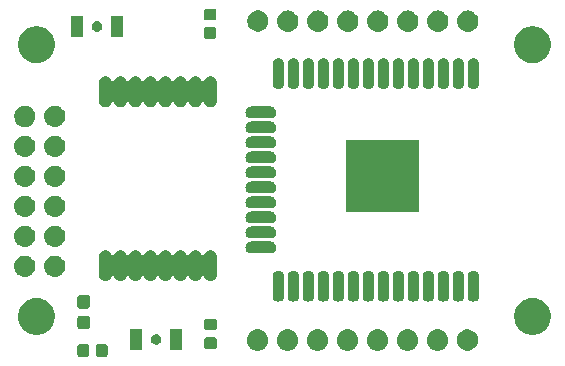
<source format=gts>
G04 #@! TF.GenerationSoftware,KiCad,Pcbnew,5.0.1-33cea8e~68~ubuntu16.04.1*
G04 #@! TF.CreationDate,2019-03-25T17:46:31-04:00*
G04 #@! TF.ProjectId,portia,706F727469612E6B696361645F706362,rev?*
G04 #@! TF.SameCoordinates,Original*
G04 #@! TF.FileFunction,Soldermask,Top*
G04 #@! TF.FilePolarity,Negative*
%FSLAX46Y46*%
G04 Gerber Fmt 4.6, Leading zero omitted, Abs format (unit mm)*
G04 Created by KiCad (PCBNEW 5.0.1-33cea8e~68~ubuntu16.04.1) date Mon 25 Mar 2019 17:46:31 EDT*
%MOMM*%
%LPD*%
G01*
G04 APERTURE LIST*
%ADD10C,0.100000*%
G04 APERTURE END LIST*
D10*
G36*
X164334591Y-132647085D02*
X164368569Y-132657393D01*
X164399887Y-132674133D01*
X164427339Y-132696661D01*
X164449867Y-132724113D01*
X164466607Y-132755431D01*
X164476915Y-132789409D01*
X164481000Y-132830890D01*
X164481000Y-133507110D01*
X164476915Y-133548591D01*
X164466607Y-133582569D01*
X164449867Y-133613887D01*
X164427339Y-133641339D01*
X164399887Y-133663867D01*
X164368569Y-133680607D01*
X164334591Y-133690915D01*
X164293110Y-133695000D01*
X163691890Y-133695000D01*
X163650409Y-133690915D01*
X163616431Y-133680607D01*
X163585113Y-133663867D01*
X163557661Y-133641339D01*
X163535133Y-133613887D01*
X163518393Y-133582569D01*
X163508085Y-133548591D01*
X163504000Y-133507110D01*
X163504000Y-132830890D01*
X163508085Y-132789409D01*
X163518393Y-132755431D01*
X163535133Y-132724113D01*
X163557661Y-132696661D01*
X163585113Y-132674133D01*
X163616431Y-132657393D01*
X163650409Y-132647085D01*
X163691890Y-132643000D01*
X164293110Y-132643000D01*
X164334591Y-132647085D01*
X164334591Y-132647085D01*
G37*
G36*
X165909591Y-132647085D02*
X165943569Y-132657393D01*
X165974887Y-132674133D01*
X166002339Y-132696661D01*
X166024867Y-132724113D01*
X166041607Y-132755431D01*
X166051915Y-132789409D01*
X166056000Y-132830890D01*
X166056000Y-133507110D01*
X166051915Y-133548591D01*
X166041607Y-133582569D01*
X166024867Y-133613887D01*
X166002339Y-133641339D01*
X165974887Y-133663867D01*
X165943569Y-133680607D01*
X165909591Y-133690915D01*
X165868110Y-133695000D01*
X165266890Y-133695000D01*
X165225409Y-133690915D01*
X165191431Y-133680607D01*
X165160113Y-133663867D01*
X165132661Y-133641339D01*
X165110133Y-133613887D01*
X165093393Y-133582569D01*
X165083085Y-133548591D01*
X165079000Y-133507110D01*
X165079000Y-132830890D01*
X165083085Y-132789409D01*
X165093393Y-132755431D01*
X165110133Y-132724113D01*
X165132661Y-132696661D01*
X165160113Y-132674133D01*
X165191431Y-132657393D01*
X165225409Y-132647085D01*
X165266890Y-132643000D01*
X165868110Y-132643000D01*
X165909591Y-132647085D01*
X165909591Y-132647085D01*
G37*
G36*
X196782812Y-131413624D02*
X196946784Y-131481544D01*
X197094354Y-131580147D01*
X197219853Y-131705646D01*
X197318456Y-131853216D01*
X197386376Y-132017188D01*
X197421000Y-132191259D01*
X197421000Y-132368741D01*
X197386376Y-132542812D01*
X197318456Y-132706784D01*
X197219853Y-132854354D01*
X197094354Y-132979853D01*
X196946784Y-133078456D01*
X196782812Y-133146376D01*
X196608741Y-133181000D01*
X196431259Y-133181000D01*
X196257188Y-133146376D01*
X196093216Y-133078456D01*
X195945646Y-132979853D01*
X195820147Y-132854354D01*
X195721544Y-132706784D01*
X195653624Y-132542812D01*
X195619000Y-132368741D01*
X195619000Y-132191259D01*
X195653624Y-132017188D01*
X195721544Y-131853216D01*
X195820147Y-131705646D01*
X195945646Y-131580147D01*
X196093216Y-131481544D01*
X196257188Y-131413624D01*
X196431259Y-131379000D01*
X196608741Y-131379000D01*
X196782812Y-131413624D01*
X196782812Y-131413624D01*
G37*
G36*
X178850443Y-131385519D02*
X178916627Y-131392037D01*
X179013213Y-131421336D01*
X179086467Y-131443557D01*
X179225087Y-131517652D01*
X179242991Y-131527222D01*
X179278729Y-131556552D01*
X179380186Y-131639814D01*
X179463448Y-131741271D01*
X179492778Y-131777009D01*
X179492779Y-131777011D01*
X179576443Y-131933533D01*
X179576443Y-131933534D01*
X179627963Y-132103373D01*
X179645359Y-132280000D01*
X179627963Y-132456627D01*
X179611317Y-132511500D01*
X179576443Y-132626467D01*
X179550501Y-132675000D01*
X179492778Y-132782991D01*
X179463448Y-132818729D01*
X179380186Y-132920186D01*
X179278729Y-133003448D01*
X179242991Y-133032778D01*
X179242989Y-133032779D01*
X179086467Y-133116443D01*
X179029853Y-133133616D01*
X178916627Y-133167963D01*
X178850442Y-133174482D01*
X178784260Y-133181000D01*
X178695740Y-133181000D01*
X178629558Y-133174482D01*
X178563373Y-133167963D01*
X178450147Y-133133616D01*
X178393533Y-133116443D01*
X178237011Y-133032779D01*
X178237009Y-133032778D01*
X178201271Y-133003448D01*
X178099814Y-132920186D01*
X178016552Y-132818729D01*
X177987222Y-132782991D01*
X177929499Y-132675000D01*
X177903557Y-132626467D01*
X177868683Y-132511500D01*
X177852037Y-132456627D01*
X177834641Y-132280000D01*
X177852037Y-132103373D01*
X177903557Y-131933534D01*
X177903557Y-131933533D01*
X177987221Y-131777011D01*
X177987222Y-131777009D01*
X178016552Y-131741271D01*
X178099814Y-131639814D01*
X178201271Y-131556552D01*
X178237009Y-131527222D01*
X178254913Y-131517652D01*
X178393533Y-131443557D01*
X178466787Y-131421336D01*
X178563373Y-131392037D01*
X178629557Y-131385519D01*
X178695740Y-131379000D01*
X178784260Y-131379000D01*
X178850443Y-131385519D01*
X178850443Y-131385519D01*
G37*
G36*
X181390443Y-131385519D02*
X181456627Y-131392037D01*
X181553213Y-131421336D01*
X181626467Y-131443557D01*
X181765087Y-131517652D01*
X181782991Y-131527222D01*
X181818729Y-131556552D01*
X181920186Y-131639814D01*
X182003448Y-131741271D01*
X182032778Y-131777009D01*
X182032779Y-131777011D01*
X182116443Y-131933533D01*
X182116443Y-131933534D01*
X182167963Y-132103373D01*
X182185359Y-132280000D01*
X182167963Y-132456627D01*
X182151317Y-132511500D01*
X182116443Y-132626467D01*
X182090501Y-132675000D01*
X182032778Y-132782991D01*
X182003448Y-132818729D01*
X181920186Y-132920186D01*
X181818729Y-133003448D01*
X181782991Y-133032778D01*
X181782989Y-133032779D01*
X181626467Y-133116443D01*
X181569853Y-133133616D01*
X181456627Y-133167963D01*
X181390442Y-133174482D01*
X181324260Y-133181000D01*
X181235740Y-133181000D01*
X181169558Y-133174482D01*
X181103373Y-133167963D01*
X180990147Y-133133616D01*
X180933533Y-133116443D01*
X180777011Y-133032779D01*
X180777009Y-133032778D01*
X180741271Y-133003448D01*
X180639814Y-132920186D01*
X180556552Y-132818729D01*
X180527222Y-132782991D01*
X180469499Y-132675000D01*
X180443557Y-132626467D01*
X180408683Y-132511500D01*
X180392037Y-132456627D01*
X180374641Y-132280000D01*
X180392037Y-132103373D01*
X180443557Y-131933534D01*
X180443557Y-131933533D01*
X180527221Y-131777011D01*
X180527222Y-131777009D01*
X180556552Y-131741271D01*
X180639814Y-131639814D01*
X180741271Y-131556552D01*
X180777009Y-131527222D01*
X180794913Y-131517652D01*
X180933533Y-131443557D01*
X181006787Y-131421336D01*
X181103373Y-131392037D01*
X181169557Y-131385519D01*
X181235740Y-131379000D01*
X181324260Y-131379000D01*
X181390443Y-131385519D01*
X181390443Y-131385519D01*
G37*
G36*
X183930443Y-131385519D02*
X183996627Y-131392037D01*
X184093213Y-131421336D01*
X184166467Y-131443557D01*
X184305087Y-131517652D01*
X184322991Y-131527222D01*
X184358729Y-131556552D01*
X184460186Y-131639814D01*
X184543448Y-131741271D01*
X184572778Y-131777009D01*
X184572779Y-131777011D01*
X184656443Y-131933533D01*
X184656443Y-131933534D01*
X184707963Y-132103373D01*
X184725359Y-132280000D01*
X184707963Y-132456627D01*
X184691317Y-132511500D01*
X184656443Y-132626467D01*
X184630501Y-132675000D01*
X184572778Y-132782991D01*
X184543448Y-132818729D01*
X184460186Y-132920186D01*
X184358729Y-133003448D01*
X184322991Y-133032778D01*
X184322989Y-133032779D01*
X184166467Y-133116443D01*
X184109853Y-133133616D01*
X183996627Y-133167963D01*
X183930442Y-133174482D01*
X183864260Y-133181000D01*
X183775740Y-133181000D01*
X183709558Y-133174482D01*
X183643373Y-133167963D01*
X183530147Y-133133616D01*
X183473533Y-133116443D01*
X183317011Y-133032779D01*
X183317009Y-133032778D01*
X183281271Y-133003448D01*
X183179814Y-132920186D01*
X183096552Y-132818729D01*
X183067222Y-132782991D01*
X183009499Y-132675000D01*
X182983557Y-132626467D01*
X182948683Y-132511500D01*
X182932037Y-132456627D01*
X182914641Y-132280000D01*
X182932037Y-132103373D01*
X182983557Y-131933534D01*
X182983557Y-131933533D01*
X183067221Y-131777011D01*
X183067222Y-131777009D01*
X183096552Y-131741271D01*
X183179814Y-131639814D01*
X183281271Y-131556552D01*
X183317009Y-131527222D01*
X183334913Y-131517652D01*
X183473533Y-131443557D01*
X183546787Y-131421336D01*
X183643373Y-131392037D01*
X183709557Y-131385519D01*
X183775740Y-131379000D01*
X183864260Y-131379000D01*
X183930443Y-131385519D01*
X183930443Y-131385519D01*
G37*
G36*
X186470443Y-131385519D02*
X186536627Y-131392037D01*
X186633213Y-131421336D01*
X186706467Y-131443557D01*
X186845087Y-131517652D01*
X186862991Y-131527222D01*
X186898729Y-131556552D01*
X187000186Y-131639814D01*
X187083448Y-131741271D01*
X187112778Y-131777009D01*
X187112779Y-131777011D01*
X187196443Y-131933533D01*
X187196443Y-131933534D01*
X187247963Y-132103373D01*
X187265359Y-132280000D01*
X187247963Y-132456627D01*
X187231317Y-132511500D01*
X187196443Y-132626467D01*
X187170501Y-132675000D01*
X187112778Y-132782991D01*
X187083448Y-132818729D01*
X187000186Y-132920186D01*
X186898729Y-133003448D01*
X186862991Y-133032778D01*
X186862989Y-133032779D01*
X186706467Y-133116443D01*
X186649853Y-133133616D01*
X186536627Y-133167963D01*
X186470442Y-133174482D01*
X186404260Y-133181000D01*
X186315740Y-133181000D01*
X186249558Y-133174482D01*
X186183373Y-133167963D01*
X186070147Y-133133616D01*
X186013533Y-133116443D01*
X185857011Y-133032779D01*
X185857009Y-133032778D01*
X185821271Y-133003448D01*
X185719814Y-132920186D01*
X185636552Y-132818729D01*
X185607222Y-132782991D01*
X185549499Y-132675000D01*
X185523557Y-132626467D01*
X185488683Y-132511500D01*
X185472037Y-132456627D01*
X185454641Y-132280000D01*
X185472037Y-132103373D01*
X185523557Y-131933534D01*
X185523557Y-131933533D01*
X185607221Y-131777011D01*
X185607222Y-131777009D01*
X185636552Y-131741271D01*
X185719814Y-131639814D01*
X185821271Y-131556552D01*
X185857009Y-131527222D01*
X185874913Y-131517652D01*
X186013533Y-131443557D01*
X186086787Y-131421336D01*
X186183373Y-131392037D01*
X186249557Y-131385519D01*
X186315740Y-131379000D01*
X186404260Y-131379000D01*
X186470443Y-131385519D01*
X186470443Y-131385519D01*
G37*
G36*
X189010443Y-131385519D02*
X189076627Y-131392037D01*
X189173213Y-131421336D01*
X189246467Y-131443557D01*
X189385087Y-131517652D01*
X189402991Y-131527222D01*
X189438729Y-131556552D01*
X189540186Y-131639814D01*
X189623448Y-131741271D01*
X189652778Y-131777009D01*
X189652779Y-131777011D01*
X189736443Y-131933533D01*
X189736443Y-131933534D01*
X189787963Y-132103373D01*
X189805359Y-132280000D01*
X189787963Y-132456627D01*
X189771317Y-132511500D01*
X189736443Y-132626467D01*
X189710501Y-132675000D01*
X189652778Y-132782991D01*
X189623448Y-132818729D01*
X189540186Y-132920186D01*
X189438729Y-133003448D01*
X189402991Y-133032778D01*
X189402989Y-133032779D01*
X189246467Y-133116443D01*
X189189853Y-133133616D01*
X189076627Y-133167963D01*
X189010442Y-133174482D01*
X188944260Y-133181000D01*
X188855740Y-133181000D01*
X188789558Y-133174482D01*
X188723373Y-133167963D01*
X188610147Y-133133616D01*
X188553533Y-133116443D01*
X188397011Y-133032779D01*
X188397009Y-133032778D01*
X188361271Y-133003448D01*
X188259814Y-132920186D01*
X188176552Y-132818729D01*
X188147222Y-132782991D01*
X188089499Y-132675000D01*
X188063557Y-132626467D01*
X188028683Y-132511500D01*
X188012037Y-132456627D01*
X187994641Y-132280000D01*
X188012037Y-132103373D01*
X188063557Y-131933534D01*
X188063557Y-131933533D01*
X188147221Y-131777011D01*
X188147222Y-131777009D01*
X188176552Y-131741271D01*
X188259814Y-131639814D01*
X188361271Y-131556552D01*
X188397009Y-131527222D01*
X188414913Y-131517652D01*
X188553533Y-131443557D01*
X188626787Y-131421336D01*
X188723373Y-131392037D01*
X188789557Y-131385519D01*
X188855740Y-131379000D01*
X188944260Y-131379000D01*
X189010443Y-131385519D01*
X189010443Y-131385519D01*
G37*
G36*
X191550443Y-131385519D02*
X191616627Y-131392037D01*
X191713213Y-131421336D01*
X191786467Y-131443557D01*
X191925087Y-131517652D01*
X191942991Y-131527222D01*
X191978729Y-131556552D01*
X192080186Y-131639814D01*
X192163448Y-131741271D01*
X192192778Y-131777009D01*
X192192779Y-131777011D01*
X192276443Y-131933533D01*
X192276443Y-131933534D01*
X192327963Y-132103373D01*
X192345359Y-132280000D01*
X192327963Y-132456627D01*
X192311317Y-132511500D01*
X192276443Y-132626467D01*
X192250501Y-132675000D01*
X192192778Y-132782991D01*
X192163448Y-132818729D01*
X192080186Y-132920186D01*
X191978729Y-133003448D01*
X191942991Y-133032778D01*
X191942989Y-133032779D01*
X191786467Y-133116443D01*
X191729853Y-133133616D01*
X191616627Y-133167963D01*
X191550442Y-133174482D01*
X191484260Y-133181000D01*
X191395740Y-133181000D01*
X191329558Y-133174482D01*
X191263373Y-133167963D01*
X191150147Y-133133616D01*
X191093533Y-133116443D01*
X190937011Y-133032779D01*
X190937009Y-133032778D01*
X190901271Y-133003448D01*
X190799814Y-132920186D01*
X190716552Y-132818729D01*
X190687222Y-132782991D01*
X190629499Y-132675000D01*
X190603557Y-132626467D01*
X190568683Y-132511500D01*
X190552037Y-132456627D01*
X190534641Y-132280000D01*
X190552037Y-132103373D01*
X190603557Y-131933534D01*
X190603557Y-131933533D01*
X190687221Y-131777011D01*
X190687222Y-131777009D01*
X190716552Y-131741271D01*
X190799814Y-131639814D01*
X190901271Y-131556552D01*
X190937009Y-131527222D01*
X190954913Y-131517652D01*
X191093533Y-131443557D01*
X191166787Y-131421336D01*
X191263373Y-131392037D01*
X191329557Y-131385519D01*
X191395740Y-131379000D01*
X191484260Y-131379000D01*
X191550443Y-131385519D01*
X191550443Y-131385519D01*
G37*
G36*
X194090443Y-131385519D02*
X194156627Y-131392037D01*
X194253213Y-131421336D01*
X194326467Y-131443557D01*
X194465087Y-131517652D01*
X194482991Y-131527222D01*
X194518729Y-131556552D01*
X194620186Y-131639814D01*
X194703448Y-131741271D01*
X194732778Y-131777009D01*
X194732779Y-131777011D01*
X194816443Y-131933533D01*
X194816443Y-131933534D01*
X194867963Y-132103373D01*
X194885359Y-132280000D01*
X194867963Y-132456627D01*
X194851317Y-132511500D01*
X194816443Y-132626467D01*
X194790501Y-132675000D01*
X194732778Y-132782991D01*
X194703448Y-132818729D01*
X194620186Y-132920186D01*
X194518729Y-133003448D01*
X194482991Y-133032778D01*
X194482989Y-133032779D01*
X194326467Y-133116443D01*
X194269853Y-133133616D01*
X194156627Y-133167963D01*
X194090442Y-133174482D01*
X194024260Y-133181000D01*
X193935740Y-133181000D01*
X193869558Y-133174482D01*
X193803373Y-133167963D01*
X193690147Y-133133616D01*
X193633533Y-133116443D01*
X193477011Y-133032779D01*
X193477009Y-133032778D01*
X193441271Y-133003448D01*
X193339814Y-132920186D01*
X193256552Y-132818729D01*
X193227222Y-132782991D01*
X193169499Y-132675000D01*
X193143557Y-132626467D01*
X193108683Y-132511500D01*
X193092037Y-132456627D01*
X193074641Y-132280000D01*
X193092037Y-132103373D01*
X193143557Y-131933534D01*
X193143557Y-131933533D01*
X193227221Y-131777011D01*
X193227222Y-131777009D01*
X193256552Y-131741271D01*
X193339814Y-131639814D01*
X193441271Y-131556552D01*
X193477009Y-131527222D01*
X193494913Y-131517652D01*
X193633533Y-131443557D01*
X193706787Y-131421336D01*
X193803373Y-131392037D01*
X193869557Y-131385519D01*
X193935740Y-131379000D01*
X194024260Y-131379000D01*
X194090443Y-131385519D01*
X194090443Y-131385519D01*
G37*
G36*
X168961000Y-133125000D02*
X167959000Y-133125000D01*
X167959000Y-131323000D01*
X168961000Y-131323000D01*
X168961000Y-133125000D01*
X168961000Y-133125000D01*
G37*
G36*
X172361000Y-133125000D02*
X171359000Y-133125000D01*
X171359000Y-131323000D01*
X172361000Y-131323000D01*
X172361000Y-133125000D01*
X172361000Y-133125000D01*
G37*
G36*
X175139591Y-132064585D02*
X175173569Y-132074893D01*
X175204887Y-132091633D01*
X175232339Y-132114161D01*
X175254867Y-132141613D01*
X175271607Y-132172931D01*
X175281915Y-132206909D01*
X175286000Y-132248390D01*
X175286000Y-132849610D01*
X175281915Y-132891091D01*
X175271607Y-132925069D01*
X175254867Y-132956387D01*
X175232339Y-132983839D01*
X175204887Y-133006367D01*
X175173569Y-133023107D01*
X175139591Y-133033415D01*
X175098110Y-133037500D01*
X174421890Y-133037500D01*
X174380409Y-133033415D01*
X174346431Y-133023107D01*
X174315113Y-133006367D01*
X174287661Y-132983839D01*
X174265133Y-132956387D01*
X174248393Y-132925069D01*
X174238085Y-132891091D01*
X174234000Y-132849610D01*
X174234000Y-132248390D01*
X174238085Y-132206909D01*
X174248393Y-132172931D01*
X174265133Y-132141613D01*
X174287661Y-132114161D01*
X174315113Y-132091633D01*
X174346431Y-132074893D01*
X174380409Y-132064585D01*
X174421890Y-132060500D01*
X175098110Y-132060500D01*
X175139591Y-132064585D01*
X175139591Y-132064585D01*
G37*
G36*
X170291552Y-131790331D02*
X170373625Y-131824327D01*
X170373626Y-131824328D01*
X170373629Y-131824329D01*
X170447496Y-131873686D01*
X170447500Y-131873689D01*
X170510311Y-131936500D01*
X170510313Y-131936503D01*
X170510314Y-131936504D01*
X170559671Y-132010371D01*
X170559672Y-132010374D01*
X170559673Y-132010375D01*
X170593669Y-132092448D01*
X170611000Y-132179579D01*
X170611000Y-132268421D01*
X170593669Y-132355552D01*
X170559673Y-132437625D01*
X170559671Y-132437629D01*
X170510314Y-132511496D01*
X170510311Y-132511500D01*
X170447500Y-132574311D01*
X170447497Y-132574313D01*
X170447496Y-132574314D01*
X170373629Y-132623671D01*
X170373626Y-132623672D01*
X170373625Y-132623673D01*
X170291552Y-132657669D01*
X170204421Y-132675000D01*
X170115579Y-132675000D01*
X170028448Y-132657669D01*
X169946375Y-132623673D01*
X169946374Y-132623672D01*
X169946371Y-132623671D01*
X169872504Y-132574314D01*
X169872503Y-132574313D01*
X169872500Y-132574311D01*
X169809689Y-132511500D01*
X169809686Y-132511496D01*
X169760329Y-132437629D01*
X169760327Y-132437625D01*
X169726331Y-132355552D01*
X169709000Y-132268421D01*
X169709000Y-132179579D01*
X169726331Y-132092448D01*
X169760327Y-132010375D01*
X169760328Y-132010374D01*
X169760329Y-132010371D01*
X169809686Y-131936504D01*
X169809687Y-131936503D01*
X169809689Y-131936500D01*
X169872500Y-131873689D01*
X169872504Y-131873686D01*
X169946371Y-131824329D01*
X169946374Y-131824328D01*
X169946375Y-131824327D01*
X170028448Y-131790331D01*
X170115579Y-131773000D01*
X170204421Y-131773000D01*
X170291552Y-131790331D01*
X170291552Y-131790331D01*
G37*
G36*
X202372527Y-128768736D02*
X202472410Y-128788604D01*
X202754674Y-128905521D01*
X203008705Y-129075259D01*
X203224741Y-129291295D01*
X203394479Y-129545326D01*
X203511396Y-129827590D01*
X203511396Y-129827591D01*
X203571000Y-130127238D01*
X203571000Y-130432762D01*
X203531387Y-130631909D01*
X203511396Y-130732410D01*
X203394479Y-131014674D01*
X203224741Y-131268705D01*
X203008705Y-131484741D01*
X202754674Y-131654479D01*
X202472410Y-131771396D01*
X202444181Y-131777011D01*
X202172762Y-131831000D01*
X201867238Y-131831000D01*
X201595819Y-131777011D01*
X201567590Y-131771396D01*
X201285326Y-131654479D01*
X201031295Y-131484741D01*
X200815259Y-131268705D01*
X200645521Y-131014674D01*
X200528604Y-130732410D01*
X200508613Y-130631909D01*
X200469000Y-130432762D01*
X200469000Y-130127238D01*
X200528604Y-129827591D01*
X200528604Y-129827590D01*
X200645521Y-129545326D01*
X200815259Y-129291295D01*
X201031295Y-129075259D01*
X201285326Y-128905521D01*
X201567590Y-128788604D01*
X201667473Y-128768736D01*
X201867238Y-128729000D01*
X202172762Y-128729000D01*
X202372527Y-128768736D01*
X202372527Y-128768736D01*
G37*
G36*
X160372527Y-128768736D02*
X160472410Y-128788604D01*
X160754674Y-128905521D01*
X161008705Y-129075259D01*
X161224741Y-129291295D01*
X161394479Y-129545326D01*
X161511396Y-129827590D01*
X161511396Y-129827591D01*
X161571000Y-130127238D01*
X161571000Y-130432762D01*
X161531387Y-130631909D01*
X161511396Y-130732410D01*
X161394479Y-131014674D01*
X161224741Y-131268705D01*
X161008705Y-131484741D01*
X160754674Y-131654479D01*
X160472410Y-131771396D01*
X160444181Y-131777011D01*
X160172762Y-131831000D01*
X159867238Y-131831000D01*
X159595819Y-131777011D01*
X159567590Y-131771396D01*
X159285326Y-131654479D01*
X159031295Y-131484741D01*
X158815259Y-131268705D01*
X158645521Y-131014674D01*
X158528604Y-130732410D01*
X158508613Y-130631909D01*
X158469000Y-130432762D01*
X158469000Y-130127238D01*
X158528604Y-129827591D01*
X158528604Y-129827590D01*
X158645521Y-129545326D01*
X158815259Y-129291295D01*
X159031295Y-129075259D01*
X159285326Y-128905521D01*
X159567590Y-128788604D01*
X159667473Y-128768736D01*
X159867238Y-128729000D01*
X160172762Y-128729000D01*
X160372527Y-128768736D01*
X160372527Y-128768736D01*
G37*
G36*
X175139591Y-130489585D02*
X175173569Y-130499893D01*
X175204887Y-130516633D01*
X175232339Y-130539161D01*
X175254867Y-130566613D01*
X175271607Y-130597931D01*
X175281915Y-130631909D01*
X175286000Y-130673390D01*
X175286000Y-131274610D01*
X175281915Y-131316091D01*
X175271607Y-131350069D01*
X175254867Y-131381387D01*
X175232339Y-131408839D01*
X175204887Y-131431367D01*
X175173569Y-131448107D01*
X175139591Y-131458415D01*
X175098110Y-131462500D01*
X174421890Y-131462500D01*
X174380409Y-131458415D01*
X174346431Y-131448107D01*
X174315113Y-131431367D01*
X174287661Y-131408839D01*
X174265133Y-131381387D01*
X174248393Y-131350069D01*
X174238085Y-131316091D01*
X174234000Y-131274610D01*
X174234000Y-130673390D01*
X174238085Y-130631909D01*
X174248393Y-130597931D01*
X174265133Y-130566613D01*
X174287661Y-130539161D01*
X174315113Y-130516633D01*
X174346431Y-130499893D01*
X174380409Y-130489585D01*
X174421890Y-130485500D01*
X175098110Y-130485500D01*
X175139591Y-130489585D01*
X175139591Y-130489585D01*
G37*
G36*
X164394499Y-130222445D02*
X164431993Y-130233819D01*
X164466557Y-130252294D01*
X164496847Y-130277153D01*
X164521706Y-130307443D01*
X164540181Y-130342007D01*
X164551555Y-130379501D01*
X164556000Y-130424638D01*
X164556000Y-131163362D01*
X164551555Y-131208499D01*
X164540181Y-131245993D01*
X164521706Y-131280557D01*
X164496847Y-131310847D01*
X164466557Y-131335706D01*
X164431993Y-131354181D01*
X164394499Y-131365555D01*
X164349362Y-131370000D01*
X163710638Y-131370000D01*
X163665501Y-131365555D01*
X163628007Y-131354181D01*
X163593443Y-131335706D01*
X163563153Y-131310847D01*
X163538294Y-131280557D01*
X163519819Y-131245993D01*
X163508445Y-131208499D01*
X163504000Y-131163362D01*
X163504000Y-130424638D01*
X163508445Y-130379501D01*
X163519819Y-130342007D01*
X163538294Y-130307443D01*
X163563153Y-130277153D01*
X163593443Y-130252294D01*
X163628007Y-130233819D01*
X163665501Y-130222445D01*
X163710638Y-130218000D01*
X164349362Y-130218000D01*
X164394499Y-130222445D01*
X164394499Y-130222445D01*
G37*
G36*
X164394499Y-128472445D02*
X164431993Y-128483819D01*
X164466557Y-128502294D01*
X164496847Y-128527153D01*
X164521706Y-128557443D01*
X164540181Y-128592007D01*
X164551555Y-128629501D01*
X164556000Y-128674638D01*
X164556000Y-129413362D01*
X164551555Y-129458499D01*
X164540181Y-129495993D01*
X164521706Y-129530557D01*
X164496847Y-129560847D01*
X164466557Y-129585706D01*
X164431993Y-129604181D01*
X164394499Y-129615555D01*
X164349362Y-129620000D01*
X163710638Y-129620000D01*
X163665501Y-129615555D01*
X163628007Y-129604181D01*
X163593443Y-129585706D01*
X163563153Y-129560847D01*
X163538294Y-129530557D01*
X163519819Y-129495993D01*
X163508445Y-129458499D01*
X163504000Y-129413362D01*
X163504000Y-128674638D01*
X163508445Y-128629501D01*
X163519819Y-128592007D01*
X163538294Y-128557443D01*
X163563153Y-128527153D01*
X163593443Y-128502294D01*
X163628007Y-128483819D01*
X163665501Y-128472445D01*
X163710638Y-128468000D01*
X164349362Y-128468000D01*
X164394499Y-128472445D01*
X164394499Y-128472445D01*
G37*
G36*
X193318212Y-126430249D02*
X193412651Y-126458897D01*
X193499687Y-126505418D01*
X193575975Y-126568025D01*
X193638582Y-126644313D01*
X193685103Y-126731348D01*
X193713751Y-126825787D01*
X193721000Y-126899388D01*
X193721000Y-128548612D01*
X193713751Y-128622213D01*
X193685103Y-128716652D01*
X193638582Y-128803687D01*
X193575975Y-128879975D01*
X193499687Y-128942582D01*
X193412652Y-128989103D01*
X193318213Y-129017751D01*
X193220000Y-129027424D01*
X193121788Y-129017751D01*
X193027349Y-128989103D01*
X192940314Y-128942582D01*
X192864026Y-128879975D01*
X192801419Y-128803687D01*
X192754898Y-128716652D01*
X192726250Y-128622213D01*
X192719001Y-128548612D01*
X192719000Y-126899389D01*
X192726249Y-126825788D01*
X192754897Y-126731349D01*
X192801418Y-126644313D01*
X192864025Y-126568025D01*
X192940313Y-126505418D01*
X193027348Y-126458897D01*
X193121787Y-126430249D01*
X193220000Y-126420576D01*
X193318212Y-126430249D01*
X193318212Y-126430249D01*
G37*
G36*
X195858212Y-126430249D02*
X195952651Y-126458897D01*
X196039687Y-126505418D01*
X196115975Y-126568025D01*
X196178582Y-126644313D01*
X196225103Y-126731348D01*
X196253751Y-126825787D01*
X196261000Y-126899388D01*
X196261000Y-128548612D01*
X196253751Y-128622213D01*
X196225103Y-128716652D01*
X196178582Y-128803687D01*
X196115975Y-128879975D01*
X196039687Y-128942582D01*
X195952652Y-128989103D01*
X195858213Y-129017751D01*
X195760000Y-129027424D01*
X195661788Y-129017751D01*
X195567349Y-128989103D01*
X195480314Y-128942582D01*
X195404026Y-128879975D01*
X195341419Y-128803687D01*
X195294898Y-128716652D01*
X195266250Y-128622213D01*
X195259001Y-128548612D01*
X195259000Y-126899389D01*
X195266249Y-126825788D01*
X195294897Y-126731349D01*
X195341418Y-126644313D01*
X195404025Y-126568025D01*
X195480313Y-126505418D01*
X195567348Y-126458897D01*
X195661787Y-126430249D01*
X195760000Y-126420576D01*
X195858212Y-126430249D01*
X195858212Y-126430249D01*
G37*
G36*
X197128212Y-126430249D02*
X197222651Y-126458897D01*
X197309687Y-126505418D01*
X197385975Y-126568025D01*
X197448582Y-126644313D01*
X197495103Y-126731348D01*
X197523751Y-126825787D01*
X197531000Y-126899388D01*
X197531000Y-128548612D01*
X197523751Y-128622213D01*
X197495103Y-128716652D01*
X197448582Y-128803687D01*
X197385975Y-128879975D01*
X197309687Y-128942582D01*
X197222652Y-128989103D01*
X197128213Y-129017751D01*
X197030000Y-129027424D01*
X196931788Y-129017751D01*
X196837349Y-128989103D01*
X196750314Y-128942582D01*
X196674026Y-128879975D01*
X196611419Y-128803687D01*
X196564898Y-128716652D01*
X196536250Y-128622213D01*
X196529001Y-128548612D01*
X196529000Y-126899389D01*
X196536249Y-126825788D01*
X196564897Y-126731349D01*
X196611418Y-126644313D01*
X196674025Y-126568025D01*
X196750313Y-126505418D01*
X196837348Y-126458897D01*
X196931787Y-126430249D01*
X197030000Y-126420576D01*
X197128212Y-126430249D01*
X197128212Y-126430249D01*
G37*
G36*
X192048212Y-126430249D02*
X192142651Y-126458897D01*
X192229687Y-126505418D01*
X192305975Y-126568025D01*
X192368582Y-126644313D01*
X192415103Y-126731348D01*
X192443751Y-126825787D01*
X192451000Y-126899388D01*
X192451000Y-128548612D01*
X192443751Y-128622213D01*
X192415103Y-128716652D01*
X192368582Y-128803687D01*
X192305975Y-128879975D01*
X192229687Y-128942582D01*
X192142652Y-128989103D01*
X192048213Y-129017751D01*
X191950000Y-129027424D01*
X191851788Y-129017751D01*
X191757349Y-128989103D01*
X191670314Y-128942582D01*
X191594026Y-128879975D01*
X191531419Y-128803687D01*
X191484898Y-128716652D01*
X191456250Y-128622213D01*
X191449001Y-128548612D01*
X191449000Y-126899389D01*
X191456249Y-126825788D01*
X191484897Y-126731349D01*
X191531418Y-126644313D01*
X191594025Y-126568025D01*
X191670313Y-126505418D01*
X191757348Y-126458897D01*
X191851787Y-126430249D01*
X191950000Y-126420576D01*
X192048212Y-126430249D01*
X192048212Y-126430249D01*
G37*
G36*
X190778212Y-126430249D02*
X190872651Y-126458897D01*
X190959687Y-126505418D01*
X191035975Y-126568025D01*
X191098582Y-126644313D01*
X191145103Y-126731348D01*
X191173751Y-126825787D01*
X191181000Y-126899388D01*
X191181000Y-128548612D01*
X191173751Y-128622213D01*
X191145103Y-128716652D01*
X191098582Y-128803687D01*
X191035975Y-128879975D01*
X190959687Y-128942582D01*
X190872652Y-128989103D01*
X190778213Y-129017751D01*
X190680000Y-129027424D01*
X190581788Y-129017751D01*
X190487349Y-128989103D01*
X190400314Y-128942582D01*
X190324026Y-128879975D01*
X190261419Y-128803687D01*
X190214898Y-128716652D01*
X190186250Y-128622213D01*
X190179001Y-128548612D01*
X190179000Y-126899389D01*
X190186249Y-126825788D01*
X190214897Y-126731349D01*
X190261418Y-126644313D01*
X190324025Y-126568025D01*
X190400313Y-126505418D01*
X190487348Y-126458897D01*
X190581787Y-126430249D01*
X190680000Y-126420576D01*
X190778212Y-126430249D01*
X190778212Y-126430249D01*
G37*
G36*
X189508212Y-126430249D02*
X189602651Y-126458897D01*
X189689687Y-126505418D01*
X189765975Y-126568025D01*
X189828582Y-126644313D01*
X189875103Y-126731348D01*
X189903751Y-126825787D01*
X189911000Y-126899388D01*
X189911000Y-128548612D01*
X189903751Y-128622213D01*
X189875103Y-128716652D01*
X189828582Y-128803687D01*
X189765975Y-128879975D01*
X189689687Y-128942582D01*
X189602652Y-128989103D01*
X189508213Y-129017751D01*
X189410000Y-129027424D01*
X189311788Y-129017751D01*
X189217349Y-128989103D01*
X189130314Y-128942582D01*
X189054026Y-128879975D01*
X188991419Y-128803687D01*
X188944898Y-128716652D01*
X188916250Y-128622213D01*
X188909001Y-128548612D01*
X188909000Y-126899389D01*
X188916249Y-126825788D01*
X188944897Y-126731349D01*
X188991418Y-126644313D01*
X189054025Y-126568025D01*
X189130313Y-126505418D01*
X189217348Y-126458897D01*
X189311787Y-126430249D01*
X189410000Y-126420576D01*
X189508212Y-126430249D01*
X189508212Y-126430249D01*
G37*
G36*
X188238212Y-126430249D02*
X188332651Y-126458897D01*
X188419687Y-126505418D01*
X188495975Y-126568025D01*
X188558582Y-126644313D01*
X188605103Y-126731348D01*
X188633751Y-126825787D01*
X188641000Y-126899388D01*
X188641000Y-128548612D01*
X188633751Y-128622213D01*
X188605103Y-128716652D01*
X188558582Y-128803687D01*
X188495975Y-128879975D01*
X188419687Y-128942582D01*
X188332652Y-128989103D01*
X188238213Y-129017751D01*
X188140000Y-129027424D01*
X188041788Y-129017751D01*
X187947349Y-128989103D01*
X187860314Y-128942582D01*
X187784026Y-128879975D01*
X187721419Y-128803687D01*
X187674898Y-128716652D01*
X187646250Y-128622213D01*
X187639001Y-128548612D01*
X187639000Y-126899389D01*
X187646249Y-126825788D01*
X187674897Y-126731349D01*
X187721418Y-126644313D01*
X187784025Y-126568025D01*
X187860313Y-126505418D01*
X187947348Y-126458897D01*
X188041787Y-126430249D01*
X188140000Y-126420576D01*
X188238212Y-126430249D01*
X188238212Y-126430249D01*
G37*
G36*
X185698212Y-126430249D02*
X185792651Y-126458897D01*
X185879687Y-126505418D01*
X185955975Y-126568025D01*
X186018582Y-126644313D01*
X186065103Y-126731348D01*
X186093751Y-126825787D01*
X186101000Y-126899388D01*
X186101000Y-128548612D01*
X186093751Y-128622213D01*
X186065103Y-128716652D01*
X186018582Y-128803687D01*
X185955975Y-128879975D01*
X185879687Y-128942582D01*
X185792652Y-128989103D01*
X185698213Y-129017751D01*
X185600000Y-129027424D01*
X185501788Y-129017751D01*
X185407349Y-128989103D01*
X185320314Y-128942582D01*
X185244026Y-128879975D01*
X185181419Y-128803687D01*
X185134898Y-128716652D01*
X185106250Y-128622213D01*
X185099001Y-128548612D01*
X185099000Y-126899389D01*
X185106249Y-126825788D01*
X185134897Y-126731349D01*
X185181418Y-126644313D01*
X185244025Y-126568025D01*
X185320313Y-126505418D01*
X185407348Y-126458897D01*
X185501787Y-126430249D01*
X185600000Y-126420576D01*
X185698212Y-126430249D01*
X185698212Y-126430249D01*
G37*
G36*
X184428212Y-126430249D02*
X184522651Y-126458897D01*
X184609687Y-126505418D01*
X184685975Y-126568025D01*
X184748582Y-126644313D01*
X184795103Y-126731348D01*
X184823751Y-126825787D01*
X184831000Y-126899388D01*
X184831000Y-128548612D01*
X184823751Y-128622213D01*
X184795103Y-128716652D01*
X184748582Y-128803687D01*
X184685975Y-128879975D01*
X184609687Y-128942582D01*
X184522652Y-128989103D01*
X184428213Y-129017751D01*
X184330000Y-129027424D01*
X184231788Y-129017751D01*
X184137349Y-128989103D01*
X184050314Y-128942582D01*
X183974026Y-128879975D01*
X183911419Y-128803687D01*
X183864898Y-128716652D01*
X183836250Y-128622213D01*
X183829001Y-128548612D01*
X183829000Y-126899389D01*
X183836249Y-126825788D01*
X183864897Y-126731349D01*
X183911418Y-126644313D01*
X183974025Y-126568025D01*
X184050313Y-126505418D01*
X184137348Y-126458897D01*
X184231787Y-126430249D01*
X184330000Y-126420576D01*
X184428212Y-126430249D01*
X184428212Y-126430249D01*
G37*
G36*
X183158212Y-126430249D02*
X183252651Y-126458897D01*
X183339687Y-126505418D01*
X183415975Y-126568025D01*
X183478582Y-126644313D01*
X183525103Y-126731348D01*
X183553751Y-126825787D01*
X183561000Y-126899388D01*
X183561000Y-128548612D01*
X183553751Y-128622213D01*
X183525103Y-128716652D01*
X183478582Y-128803687D01*
X183415975Y-128879975D01*
X183339687Y-128942582D01*
X183252652Y-128989103D01*
X183158213Y-129017751D01*
X183060000Y-129027424D01*
X182961788Y-129017751D01*
X182867349Y-128989103D01*
X182780314Y-128942582D01*
X182704026Y-128879975D01*
X182641419Y-128803687D01*
X182594898Y-128716652D01*
X182566250Y-128622213D01*
X182559001Y-128548612D01*
X182559000Y-126899389D01*
X182566249Y-126825788D01*
X182594897Y-126731349D01*
X182641418Y-126644313D01*
X182704025Y-126568025D01*
X182780313Y-126505418D01*
X182867348Y-126458897D01*
X182961787Y-126430249D01*
X183060000Y-126420576D01*
X183158212Y-126430249D01*
X183158212Y-126430249D01*
G37*
G36*
X181888212Y-126430249D02*
X181982651Y-126458897D01*
X182069687Y-126505418D01*
X182145975Y-126568025D01*
X182208582Y-126644313D01*
X182255103Y-126731348D01*
X182283751Y-126825787D01*
X182291000Y-126899388D01*
X182291000Y-128548612D01*
X182283751Y-128622213D01*
X182255103Y-128716652D01*
X182208582Y-128803687D01*
X182145975Y-128879975D01*
X182069687Y-128942582D01*
X181982652Y-128989103D01*
X181888213Y-129017751D01*
X181790000Y-129027424D01*
X181691788Y-129017751D01*
X181597349Y-128989103D01*
X181510314Y-128942582D01*
X181434026Y-128879975D01*
X181371419Y-128803687D01*
X181324898Y-128716652D01*
X181296250Y-128622213D01*
X181289001Y-128548612D01*
X181289000Y-126899389D01*
X181296249Y-126825788D01*
X181324897Y-126731349D01*
X181371418Y-126644313D01*
X181434025Y-126568025D01*
X181510313Y-126505418D01*
X181597348Y-126458897D01*
X181691787Y-126430249D01*
X181790000Y-126420576D01*
X181888212Y-126430249D01*
X181888212Y-126430249D01*
G37*
G36*
X180618212Y-126430249D02*
X180712651Y-126458897D01*
X180799687Y-126505418D01*
X180875975Y-126568025D01*
X180938582Y-126644313D01*
X180985103Y-126731348D01*
X181013751Y-126825787D01*
X181021000Y-126899388D01*
X181021000Y-128548612D01*
X181013751Y-128622213D01*
X180985103Y-128716652D01*
X180938582Y-128803687D01*
X180875975Y-128879975D01*
X180799687Y-128942582D01*
X180712652Y-128989103D01*
X180618213Y-129017751D01*
X180520000Y-129027424D01*
X180421788Y-129017751D01*
X180327349Y-128989103D01*
X180240314Y-128942582D01*
X180164026Y-128879975D01*
X180101419Y-128803687D01*
X180054898Y-128716652D01*
X180026250Y-128622213D01*
X180019001Y-128548612D01*
X180019000Y-126899389D01*
X180026249Y-126825788D01*
X180054897Y-126731349D01*
X180101418Y-126644313D01*
X180164025Y-126568025D01*
X180240313Y-126505418D01*
X180327348Y-126458897D01*
X180421787Y-126430249D01*
X180520000Y-126420576D01*
X180618212Y-126430249D01*
X180618212Y-126430249D01*
G37*
G36*
X194588212Y-126430249D02*
X194682651Y-126458897D01*
X194769687Y-126505418D01*
X194845975Y-126568025D01*
X194908582Y-126644313D01*
X194955103Y-126731348D01*
X194983751Y-126825787D01*
X194991000Y-126899388D01*
X194991000Y-128548612D01*
X194983751Y-128622213D01*
X194955103Y-128716652D01*
X194908582Y-128803687D01*
X194845975Y-128879975D01*
X194769687Y-128942582D01*
X194682652Y-128989103D01*
X194588213Y-129017751D01*
X194490000Y-129027424D01*
X194391788Y-129017751D01*
X194297349Y-128989103D01*
X194210314Y-128942582D01*
X194134026Y-128879975D01*
X194071419Y-128803687D01*
X194024898Y-128716652D01*
X193996250Y-128622213D01*
X193989001Y-128548612D01*
X193989000Y-126899389D01*
X193996249Y-126825788D01*
X194024897Y-126731349D01*
X194071418Y-126644313D01*
X194134025Y-126568025D01*
X194210313Y-126505418D01*
X194297348Y-126458897D01*
X194391787Y-126430249D01*
X194490000Y-126420576D01*
X194588212Y-126430249D01*
X194588212Y-126430249D01*
G37*
G36*
X186968212Y-126430249D02*
X187062651Y-126458897D01*
X187149687Y-126505418D01*
X187225975Y-126568025D01*
X187288582Y-126644313D01*
X187335103Y-126731348D01*
X187363751Y-126825787D01*
X187371000Y-126899388D01*
X187371000Y-128548612D01*
X187363751Y-128622213D01*
X187335103Y-128716652D01*
X187288582Y-128803687D01*
X187225975Y-128879975D01*
X187149687Y-128942582D01*
X187062652Y-128989103D01*
X186968213Y-129017751D01*
X186870000Y-129027424D01*
X186771788Y-129017751D01*
X186677349Y-128989103D01*
X186590314Y-128942582D01*
X186514026Y-128879975D01*
X186451419Y-128803687D01*
X186404898Y-128716652D01*
X186376250Y-128622213D01*
X186369001Y-128548612D01*
X186369000Y-126899389D01*
X186376249Y-126825788D01*
X186404897Y-126731349D01*
X186451418Y-126644313D01*
X186514025Y-126568025D01*
X186590313Y-126505418D01*
X186677348Y-126458897D01*
X186771787Y-126430249D01*
X186870000Y-126420576D01*
X186968212Y-126430249D01*
X186968212Y-126430249D01*
G37*
G36*
X174868014Y-124680973D02*
X174971878Y-124712479D01*
X175067600Y-124763644D01*
X175151501Y-124832499D01*
X175220356Y-124916400D01*
X175271521Y-125012121D01*
X175303027Y-125115985D01*
X175311000Y-125196933D01*
X175311000Y-126751067D01*
X175303027Y-126832015D01*
X175271521Y-126935879D01*
X175220356Y-127031600D01*
X175151501Y-127115501D01*
X175067600Y-127184356D01*
X174971879Y-127235521D01*
X174868015Y-127267027D01*
X174760000Y-127277666D01*
X174651986Y-127267027D01*
X174548122Y-127235521D01*
X174452401Y-127184356D01*
X174368500Y-127115501D01*
X174299645Y-127031600D01*
X174248480Y-126935879D01*
X174244615Y-126923137D01*
X174235242Y-126900508D01*
X174221629Y-126880133D01*
X174204302Y-126862805D01*
X174183928Y-126849191D01*
X174161289Y-126839813D01*
X174137256Y-126835032D01*
X174112751Y-126835032D01*
X174088718Y-126839812D01*
X174066079Y-126849189D01*
X174045704Y-126862802D01*
X174028376Y-126880129D01*
X174014762Y-126900503D01*
X174005386Y-126923136D01*
X174001521Y-126935879D01*
X173950356Y-127031600D01*
X173881501Y-127115501D01*
X173797600Y-127184356D01*
X173701879Y-127235521D01*
X173598015Y-127267027D01*
X173490000Y-127277666D01*
X173381986Y-127267027D01*
X173278122Y-127235521D01*
X173182401Y-127184356D01*
X173098500Y-127115501D01*
X173029645Y-127031600D01*
X172978480Y-126935879D01*
X172974615Y-126923137D01*
X172965242Y-126900508D01*
X172951629Y-126880133D01*
X172934302Y-126862805D01*
X172913928Y-126849191D01*
X172891289Y-126839813D01*
X172867256Y-126835032D01*
X172842751Y-126835032D01*
X172818718Y-126839812D01*
X172796079Y-126849189D01*
X172775704Y-126862802D01*
X172758376Y-126880129D01*
X172744762Y-126900503D01*
X172735386Y-126923136D01*
X172731521Y-126935879D01*
X172680356Y-127031600D01*
X172611501Y-127115501D01*
X172527600Y-127184356D01*
X172431879Y-127235521D01*
X172328015Y-127267027D01*
X172220000Y-127277666D01*
X172111986Y-127267027D01*
X172008122Y-127235521D01*
X171912401Y-127184356D01*
X171828500Y-127115501D01*
X171759645Y-127031600D01*
X171708480Y-126935879D01*
X171704615Y-126923137D01*
X171695242Y-126900508D01*
X171681629Y-126880133D01*
X171664302Y-126862805D01*
X171643928Y-126849191D01*
X171621289Y-126839813D01*
X171597256Y-126835032D01*
X171572751Y-126835032D01*
X171548718Y-126839812D01*
X171526079Y-126849189D01*
X171505704Y-126862802D01*
X171488376Y-126880129D01*
X171474762Y-126900503D01*
X171465386Y-126923136D01*
X171461521Y-126935879D01*
X171410356Y-127031600D01*
X171341501Y-127115501D01*
X171257600Y-127184356D01*
X171161879Y-127235521D01*
X171058015Y-127267027D01*
X170950000Y-127277666D01*
X170841986Y-127267027D01*
X170738122Y-127235521D01*
X170642401Y-127184356D01*
X170558500Y-127115501D01*
X170489645Y-127031600D01*
X170438480Y-126935879D01*
X170434615Y-126923137D01*
X170425242Y-126900508D01*
X170411629Y-126880133D01*
X170394302Y-126862805D01*
X170373928Y-126849191D01*
X170351289Y-126839813D01*
X170327256Y-126835032D01*
X170302751Y-126835032D01*
X170278718Y-126839812D01*
X170256079Y-126849189D01*
X170235704Y-126862802D01*
X170218376Y-126880129D01*
X170204762Y-126900503D01*
X170195386Y-126923136D01*
X170191521Y-126935879D01*
X170140356Y-127031600D01*
X170071501Y-127115501D01*
X169987600Y-127184356D01*
X169891879Y-127235521D01*
X169788015Y-127267027D01*
X169680000Y-127277666D01*
X169571986Y-127267027D01*
X169468122Y-127235521D01*
X169372401Y-127184356D01*
X169288500Y-127115501D01*
X169219645Y-127031600D01*
X169168480Y-126935879D01*
X169164615Y-126923137D01*
X169155242Y-126900508D01*
X169141629Y-126880133D01*
X169124302Y-126862805D01*
X169103928Y-126849191D01*
X169081289Y-126839813D01*
X169057256Y-126835032D01*
X169032751Y-126835032D01*
X169008718Y-126839812D01*
X168986079Y-126849189D01*
X168965704Y-126862802D01*
X168948376Y-126880129D01*
X168934762Y-126900503D01*
X168925386Y-126923136D01*
X168921521Y-126935879D01*
X168870356Y-127031600D01*
X168801501Y-127115501D01*
X168717600Y-127184356D01*
X168621879Y-127235521D01*
X168518015Y-127267027D01*
X168410000Y-127277666D01*
X168301986Y-127267027D01*
X168198122Y-127235521D01*
X168102401Y-127184356D01*
X168018500Y-127115501D01*
X167949645Y-127031600D01*
X167898480Y-126935879D01*
X167894615Y-126923137D01*
X167885242Y-126900508D01*
X167871629Y-126880133D01*
X167854302Y-126862805D01*
X167833928Y-126849191D01*
X167811289Y-126839813D01*
X167787256Y-126835032D01*
X167762751Y-126835032D01*
X167738718Y-126839812D01*
X167716079Y-126849189D01*
X167695704Y-126862802D01*
X167678376Y-126880129D01*
X167664762Y-126900503D01*
X167655386Y-126923136D01*
X167651521Y-126935879D01*
X167600356Y-127031600D01*
X167531501Y-127115501D01*
X167447600Y-127184356D01*
X167351879Y-127235521D01*
X167248015Y-127267027D01*
X167140000Y-127277666D01*
X167031986Y-127267027D01*
X166928122Y-127235521D01*
X166832401Y-127184356D01*
X166748500Y-127115501D01*
X166679645Y-127031600D01*
X166628480Y-126935879D01*
X166624615Y-126923137D01*
X166615242Y-126900508D01*
X166601629Y-126880133D01*
X166584302Y-126862805D01*
X166563928Y-126849191D01*
X166541289Y-126839813D01*
X166517256Y-126835032D01*
X166492751Y-126835032D01*
X166468718Y-126839812D01*
X166446079Y-126849189D01*
X166425704Y-126862802D01*
X166408376Y-126880129D01*
X166394762Y-126900503D01*
X166385386Y-126923136D01*
X166381521Y-126935879D01*
X166330356Y-127031600D01*
X166261501Y-127115501D01*
X166177600Y-127184356D01*
X166081879Y-127235521D01*
X165978015Y-127267027D01*
X165870000Y-127277666D01*
X165761986Y-127267027D01*
X165658122Y-127235521D01*
X165562401Y-127184356D01*
X165478500Y-127115501D01*
X165409645Y-127031600D01*
X165358480Y-126935879D01*
X165326974Y-126832015D01*
X165319001Y-126751067D01*
X165319000Y-125196934D01*
X165326973Y-125115986D01*
X165358479Y-125012122D01*
X165409644Y-124916400D01*
X165478499Y-124832499D01*
X165562400Y-124763644D01*
X165658121Y-124712479D01*
X165761985Y-124680973D01*
X165870000Y-124670334D01*
X165978014Y-124680973D01*
X166081878Y-124712479D01*
X166177600Y-124763644D01*
X166261501Y-124832499D01*
X166330356Y-124916400D01*
X166381521Y-125012121D01*
X166385387Y-125024867D01*
X166394759Y-125047493D01*
X166408373Y-125067867D01*
X166425700Y-125085195D01*
X166446074Y-125098809D01*
X166468713Y-125108186D01*
X166492747Y-125112967D01*
X166517251Y-125112967D01*
X166541285Y-125108187D01*
X166563924Y-125098810D01*
X166584298Y-125085196D01*
X166601626Y-125067869D01*
X166615240Y-125047495D01*
X166624617Y-125024855D01*
X166624617Y-125024854D01*
X166628479Y-125012122D01*
X166679644Y-124916400D01*
X166748499Y-124832499D01*
X166832400Y-124763644D01*
X166928121Y-124712479D01*
X167031985Y-124680973D01*
X167140000Y-124670334D01*
X167248014Y-124680973D01*
X167351878Y-124712479D01*
X167447600Y-124763644D01*
X167531501Y-124832499D01*
X167600356Y-124916400D01*
X167651521Y-125012121D01*
X167655387Y-125024867D01*
X167664759Y-125047493D01*
X167678373Y-125067867D01*
X167695700Y-125085195D01*
X167716074Y-125098809D01*
X167738713Y-125108186D01*
X167762747Y-125112967D01*
X167787251Y-125112967D01*
X167811285Y-125108187D01*
X167833924Y-125098810D01*
X167854298Y-125085196D01*
X167871626Y-125067869D01*
X167885240Y-125047495D01*
X167894617Y-125024855D01*
X167894617Y-125024854D01*
X167898479Y-125012122D01*
X167949644Y-124916400D01*
X168018499Y-124832499D01*
X168102400Y-124763644D01*
X168198121Y-124712479D01*
X168301985Y-124680973D01*
X168410000Y-124670334D01*
X168518014Y-124680973D01*
X168621878Y-124712479D01*
X168717600Y-124763644D01*
X168801501Y-124832499D01*
X168870356Y-124916400D01*
X168921521Y-125012121D01*
X168925387Y-125024867D01*
X168934759Y-125047493D01*
X168948373Y-125067867D01*
X168965700Y-125085195D01*
X168986074Y-125098809D01*
X169008713Y-125108186D01*
X169032747Y-125112967D01*
X169057251Y-125112967D01*
X169081285Y-125108187D01*
X169103924Y-125098810D01*
X169124298Y-125085196D01*
X169141626Y-125067869D01*
X169155240Y-125047495D01*
X169164617Y-125024855D01*
X169164617Y-125024854D01*
X169168479Y-125012122D01*
X169219644Y-124916400D01*
X169288499Y-124832499D01*
X169372400Y-124763644D01*
X169468121Y-124712479D01*
X169571985Y-124680973D01*
X169680000Y-124670334D01*
X169788014Y-124680973D01*
X169891878Y-124712479D01*
X169987600Y-124763644D01*
X170071501Y-124832499D01*
X170140356Y-124916400D01*
X170191521Y-125012121D01*
X170195387Y-125024867D01*
X170204759Y-125047493D01*
X170218373Y-125067867D01*
X170235700Y-125085195D01*
X170256074Y-125098809D01*
X170278713Y-125108186D01*
X170302747Y-125112967D01*
X170327251Y-125112967D01*
X170351285Y-125108187D01*
X170373924Y-125098810D01*
X170394298Y-125085196D01*
X170411626Y-125067869D01*
X170425240Y-125047495D01*
X170434617Y-125024855D01*
X170434617Y-125024854D01*
X170438479Y-125012122D01*
X170489644Y-124916400D01*
X170558499Y-124832499D01*
X170642400Y-124763644D01*
X170738121Y-124712479D01*
X170841985Y-124680973D01*
X170950000Y-124670334D01*
X171058014Y-124680973D01*
X171161878Y-124712479D01*
X171257600Y-124763644D01*
X171341501Y-124832499D01*
X171410356Y-124916400D01*
X171461521Y-125012121D01*
X171465387Y-125024867D01*
X171474759Y-125047493D01*
X171488373Y-125067867D01*
X171505700Y-125085195D01*
X171526074Y-125098809D01*
X171548713Y-125108186D01*
X171572747Y-125112967D01*
X171597251Y-125112967D01*
X171621285Y-125108187D01*
X171643924Y-125098810D01*
X171664298Y-125085196D01*
X171681626Y-125067869D01*
X171695240Y-125047495D01*
X171704617Y-125024855D01*
X171704617Y-125024854D01*
X171708479Y-125012122D01*
X171759644Y-124916400D01*
X171828499Y-124832499D01*
X171912400Y-124763644D01*
X172008121Y-124712479D01*
X172111985Y-124680973D01*
X172220000Y-124670334D01*
X172328014Y-124680973D01*
X172431878Y-124712479D01*
X172527600Y-124763644D01*
X172611501Y-124832499D01*
X172680356Y-124916400D01*
X172731521Y-125012121D01*
X172735387Y-125024867D01*
X172744759Y-125047493D01*
X172758373Y-125067867D01*
X172775700Y-125085195D01*
X172796074Y-125098809D01*
X172818713Y-125108186D01*
X172842747Y-125112967D01*
X172867251Y-125112967D01*
X172891285Y-125108187D01*
X172913924Y-125098810D01*
X172934298Y-125085196D01*
X172951626Y-125067869D01*
X172965240Y-125047495D01*
X172974617Y-125024855D01*
X172974617Y-125024854D01*
X172978479Y-125012122D01*
X173029644Y-124916400D01*
X173098499Y-124832499D01*
X173182400Y-124763644D01*
X173278121Y-124712479D01*
X173381985Y-124680973D01*
X173490000Y-124670334D01*
X173598014Y-124680973D01*
X173701878Y-124712479D01*
X173797600Y-124763644D01*
X173881501Y-124832499D01*
X173950356Y-124916400D01*
X174001521Y-125012121D01*
X174005387Y-125024867D01*
X174014759Y-125047493D01*
X174028373Y-125067867D01*
X174045700Y-125085195D01*
X174066074Y-125098809D01*
X174088713Y-125108186D01*
X174112747Y-125112967D01*
X174137251Y-125112967D01*
X174161285Y-125108187D01*
X174183924Y-125098810D01*
X174204298Y-125085196D01*
X174221626Y-125067869D01*
X174235240Y-125047495D01*
X174244617Y-125024855D01*
X174244617Y-125024854D01*
X174248479Y-125012122D01*
X174299644Y-124916400D01*
X174368499Y-124832499D01*
X174452400Y-124763644D01*
X174548121Y-124712479D01*
X174651985Y-124680973D01*
X174760000Y-124670334D01*
X174868014Y-124680973D01*
X174868014Y-124680973D01*
G37*
G36*
X161690442Y-125149518D02*
X161756627Y-125156037D01*
X161869853Y-125190384D01*
X161926467Y-125207557D01*
X162065087Y-125281652D01*
X162082991Y-125291222D01*
X162118729Y-125320552D01*
X162220186Y-125403814D01*
X162303448Y-125505271D01*
X162332778Y-125541009D01*
X162332779Y-125541011D01*
X162416443Y-125697533D01*
X162416443Y-125697534D01*
X162467963Y-125867373D01*
X162485359Y-126044000D01*
X162467963Y-126220627D01*
X162433616Y-126333853D01*
X162416443Y-126390467D01*
X162395178Y-126430250D01*
X162332778Y-126546991D01*
X162315512Y-126568029D01*
X162220186Y-126684186D01*
X162138697Y-126751061D01*
X162082991Y-126796778D01*
X162082989Y-126796779D01*
X161926467Y-126880443D01*
X161869853Y-126897616D01*
X161756627Y-126931963D01*
X161690442Y-126938482D01*
X161624260Y-126945000D01*
X161535740Y-126945000D01*
X161469558Y-126938482D01*
X161403373Y-126931963D01*
X161290147Y-126897616D01*
X161233533Y-126880443D01*
X161077011Y-126796779D01*
X161077009Y-126796778D01*
X161021303Y-126751061D01*
X160939814Y-126684186D01*
X160844488Y-126568029D01*
X160827222Y-126546991D01*
X160764822Y-126430250D01*
X160743557Y-126390467D01*
X160726384Y-126333853D01*
X160692037Y-126220627D01*
X160674641Y-126044000D01*
X160692037Y-125867373D01*
X160743557Y-125697534D01*
X160743557Y-125697533D01*
X160827221Y-125541011D01*
X160827222Y-125541009D01*
X160856552Y-125505271D01*
X160939814Y-125403814D01*
X161041271Y-125320552D01*
X161077009Y-125291222D01*
X161094913Y-125281652D01*
X161233533Y-125207557D01*
X161290147Y-125190384D01*
X161403373Y-125156037D01*
X161469558Y-125149518D01*
X161535740Y-125143000D01*
X161624260Y-125143000D01*
X161690442Y-125149518D01*
X161690442Y-125149518D01*
G37*
G36*
X159150442Y-125149518D02*
X159216627Y-125156037D01*
X159329853Y-125190384D01*
X159386467Y-125207557D01*
X159525087Y-125281652D01*
X159542991Y-125291222D01*
X159578729Y-125320552D01*
X159680186Y-125403814D01*
X159763448Y-125505271D01*
X159792778Y-125541009D01*
X159792779Y-125541011D01*
X159876443Y-125697533D01*
X159876443Y-125697534D01*
X159927963Y-125867373D01*
X159945359Y-126044000D01*
X159927963Y-126220627D01*
X159893616Y-126333853D01*
X159876443Y-126390467D01*
X159855178Y-126430250D01*
X159792778Y-126546991D01*
X159775512Y-126568029D01*
X159680186Y-126684186D01*
X159598697Y-126751061D01*
X159542991Y-126796778D01*
X159542989Y-126796779D01*
X159386467Y-126880443D01*
X159329853Y-126897616D01*
X159216627Y-126931963D01*
X159150442Y-126938482D01*
X159084260Y-126945000D01*
X158995740Y-126945000D01*
X158929558Y-126938482D01*
X158863373Y-126931963D01*
X158750147Y-126897616D01*
X158693533Y-126880443D01*
X158537011Y-126796779D01*
X158537009Y-126796778D01*
X158481303Y-126751061D01*
X158399814Y-126684186D01*
X158304488Y-126568029D01*
X158287222Y-126546991D01*
X158224822Y-126430250D01*
X158203557Y-126390467D01*
X158186384Y-126333853D01*
X158152037Y-126220627D01*
X158134641Y-126044000D01*
X158152037Y-125867373D01*
X158203557Y-125697534D01*
X158203557Y-125697533D01*
X158287221Y-125541011D01*
X158287222Y-125541009D01*
X158316552Y-125505271D01*
X158399814Y-125403814D01*
X158501271Y-125320552D01*
X158537009Y-125291222D01*
X158554913Y-125281652D01*
X158693533Y-125207557D01*
X158750147Y-125190384D01*
X158863373Y-125156037D01*
X158929558Y-125149518D01*
X158995740Y-125143000D01*
X159084260Y-125143000D01*
X159150442Y-125149518D01*
X159150442Y-125149518D01*
G37*
G36*
X179928213Y-123945249D02*
X180022652Y-123973897D01*
X180109687Y-124020418D01*
X180185975Y-124083025D01*
X180248582Y-124159313D01*
X180295103Y-124246348D01*
X180323751Y-124340787D01*
X180333424Y-124439000D01*
X180323751Y-124537213D01*
X180295103Y-124631652D01*
X180248582Y-124718687D01*
X180185975Y-124794975D01*
X180109687Y-124857582D01*
X180022652Y-124904103D01*
X179928213Y-124932751D01*
X179854612Y-124940000D01*
X178205388Y-124940000D01*
X178131787Y-124932751D01*
X178037348Y-124904103D01*
X177950313Y-124857582D01*
X177874025Y-124794975D01*
X177811418Y-124718687D01*
X177764897Y-124631652D01*
X177736249Y-124537213D01*
X177726576Y-124439000D01*
X177736249Y-124340787D01*
X177764897Y-124246348D01*
X177811418Y-124159313D01*
X177874025Y-124083025D01*
X177950313Y-124020418D01*
X178037348Y-123973897D01*
X178131787Y-123945249D01*
X178205388Y-123938000D01*
X179854612Y-123938000D01*
X179928213Y-123945249D01*
X179928213Y-123945249D01*
G37*
G36*
X161690443Y-122609519D02*
X161756627Y-122616037D01*
X161869853Y-122650384D01*
X161926467Y-122667557D01*
X161994453Y-122703897D01*
X162082991Y-122751222D01*
X162118729Y-122780552D01*
X162220186Y-122863814D01*
X162303448Y-122965271D01*
X162332778Y-123001009D01*
X162332779Y-123001011D01*
X162416443Y-123157533D01*
X162416443Y-123157534D01*
X162467963Y-123327373D01*
X162485359Y-123504000D01*
X162467963Y-123680627D01*
X162433616Y-123793853D01*
X162416443Y-123850467D01*
X162369655Y-123938000D01*
X162332778Y-124006991D01*
X162321757Y-124020420D01*
X162220186Y-124144186D01*
X162118729Y-124227448D01*
X162082991Y-124256778D01*
X162082989Y-124256779D01*
X161926467Y-124340443D01*
X161869853Y-124357616D01*
X161756627Y-124391963D01*
X161690443Y-124398481D01*
X161624260Y-124405000D01*
X161535740Y-124405000D01*
X161469557Y-124398481D01*
X161403373Y-124391963D01*
X161290147Y-124357616D01*
X161233533Y-124340443D01*
X161077011Y-124256779D01*
X161077009Y-124256778D01*
X161041271Y-124227448D01*
X160939814Y-124144186D01*
X160838243Y-124020420D01*
X160827222Y-124006991D01*
X160790345Y-123938000D01*
X160743557Y-123850467D01*
X160726384Y-123793853D01*
X160692037Y-123680627D01*
X160674641Y-123504000D01*
X160692037Y-123327373D01*
X160743557Y-123157534D01*
X160743557Y-123157533D01*
X160827221Y-123001011D01*
X160827222Y-123001009D01*
X160856552Y-122965271D01*
X160939814Y-122863814D01*
X161041271Y-122780552D01*
X161077009Y-122751222D01*
X161165547Y-122703897D01*
X161233533Y-122667557D01*
X161290147Y-122650384D01*
X161403373Y-122616037D01*
X161469557Y-122609519D01*
X161535740Y-122603000D01*
X161624260Y-122603000D01*
X161690443Y-122609519D01*
X161690443Y-122609519D01*
G37*
G36*
X159150443Y-122609519D02*
X159216627Y-122616037D01*
X159329853Y-122650384D01*
X159386467Y-122667557D01*
X159454453Y-122703897D01*
X159542991Y-122751222D01*
X159578729Y-122780552D01*
X159680186Y-122863814D01*
X159763448Y-122965271D01*
X159792778Y-123001009D01*
X159792779Y-123001011D01*
X159876443Y-123157533D01*
X159876443Y-123157534D01*
X159927963Y-123327373D01*
X159945359Y-123504000D01*
X159927963Y-123680627D01*
X159893616Y-123793853D01*
X159876443Y-123850467D01*
X159829655Y-123938000D01*
X159792778Y-124006991D01*
X159781757Y-124020420D01*
X159680186Y-124144186D01*
X159578729Y-124227448D01*
X159542991Y-124256778D01*
X159542989Y-124256779D01*
X159386467Y-124340443D01*
X159329853Y-124357616D01*
X159216627Y-124391963D01*
X159150443Y-124398481D01*
X159084260Y-124405000D01*
X158995740Y-124405000D01*
X158929557Y-124398481D01*
X158863373Y-124391963D01*
X158750147Y-124357616D01*
X158693533Y-124340443D01*
X158537011Y-124256779D01*
X158537009Y-124256778D01*
X158501271Y-124227448D01*
X158399814Y-124144186D01*
X158298243Y-124020420D01*
X158287222Y-124006991D01*
X158250345Y-123938000D01*
X158203557Y-123850467D01*
X158186384Y-123793853D01*
X158152037Y-123680627D01*
X158134641Y-123504000D01*
X158152037Y-123327373D01*
X158203557Y-123157534D01*
X158203557Y-123157533D01*
X158287221Y-123001011D01*
X158287222Y-123001009D01*
X158316552Y-122965271D01*
X158399814Y-122863814D01*
X158501271Y-122780552D01*
X158537009Y-122751222D01*
X158625547Y-122703897D01*
X158693533Y-122667557D01*
X158750147Y-122650384D01*
X158863373Y-122616037D01*
X158929557Y-122609519D01*
X158995740Y-122603000D01*
X159084260Y-122603000D01*
X159150443Y-122609519D01*
X159150443Y-122609519D01*
G37*
G36*
X179928213Y-122675249D02*
X180022652Y-122703897D01*
X180109687Y-122750418D01*
X180185975Y-122813025D01*
X180248582Y-122889313D01*
X180295103Y-122976348D01*
X180323751Y-123070787D01*
X180333424Y-123169000D01*
X180323751Y-123267213D01*
X180295103Y-123361652D01*
X180248582Y-123448687D01*
X180185975Y-123524975D01*
X180109687Y-123587582D01*
X180022652Y-123634103D01*
X179928213Y-123662751D01*
X179854612Y-123670000D01*
X178205388Y-123670000D01*
X178131787Y-123662751D01*
X178037348Y-123634103D01*
X177950313Y-123587582D01*
X177874025Y-123524975D01*
X177811418Y-123448687D01*
X177764897Y-123361652D01*
X177736249Y-123267213D01*
X177726576Y-123169000D01*
X177736249Y-123070787D01*
X177764897Y-122976348D01*
X177811418Y-122889313D01*
X177874025Y-122813025D01*
X177950313Y-122750418D01*
X178037348Y-122703897D01*
X178131787Y-122675249D01*
X178205388Y-122668000D01*
X179854612Y-122668000D01*
X179928213Y-122675249D01*
X179928213Y-122675249D01*
G37*
G36*
X179928213Y-121405249D02*
X180022652Y-121433897D01*
X180109687Y-121480418D01*
X180185975Y-121543025D01*
X180248582Y-121619313D01*
X180295103Y-121706348D01*
X180323751Y-121800787D01*
X180333424Y-121899000D01*
X180323751Y-121997213D01*
X180295103Y-122091652D01*
X180248582Y-122178687D01*
X180185975Y-122254975D01*
X180109687Y-122317582D01*
X180022652Y-122364103D01*
X179928213Y-122392751D01*
X179854612Y-122400000D01*
X178205388Y-122400000D01*
X178131787Y-122392751D01*
X178037348Y-122364103D01*
X177950313Y-122317582D01*
X177874025Y-122254975D01*
X177811418Y-122178687D01*
X177764897Y-122091652D01*
X177736249Y-121997213D01*
X177726576Y-121899000D01*
X177736249Y-121800787D01*
X177764897Y-121706348D01*
X177811418Y-121619313D01*
X177874025Y-121543025D01*
X177950313Y-121480418D01*
X178037348Y-121433897D01*
X178131787Y-121405249D01*
X178205388Y-121398000D01*
X179854612Y-121398000D01*
X179928213Y-121405249D01*
X179928213Y-121405249D01*
G37*
G36*
X159150442Y-120069518D02*
X159216627Y-120076037D01*
X159329853Y-120110384D01*
X159386467Y-120127557D01*
X159454453Y-120163897D01*
X159542991Y-120211222D01*
X159578729Y-120240552D01*
X159680186Y-120323814D01*
X159763448Y-120425271D01*
X159792778Y-120461009D01*
X159792779Y-120461011D01*
X159876443Y-120617533D01*
X159876443Y-120617534D01*
X159927963Y-120787373D01*
X159945359Y-120964000D01*
X159927963Y-121140627D01*
X159893616Y-121253853D01*
X159876443Y-121310467D01*
X159829655Y-121398000D01*
X159792778Y-121466991D01*
X159781757Y-121480420D01*
X159680186Y-121604186D01*
X159578729Y-121687448D01*
X159542991Y-121716778D01*
X159542989Y-121716779D01*
X159386467Y-121800443D01*
X159329853Y-121817616D01*
X159216627Y-121851963D01*
X159150442Y-121858482D01*
X159084260Y-121865000D01*
X158995740Y-121865000D01*
X158929558Y-121858482D01*
X158863373Y-121851963D01*
X158750147Y-121817616D01*
X158693533Y-121800443D01*
X158537011Y-121716779D01*
X158537009Y-121716778D01*
X158501271Y-121687448D01*
X158399814Y-121604186D01*
X158298243Y-121480420D01*
X158287222Y-121466991D01*
X158250345Y-121398000D01*
X158203557Y-121310467D01*
X158186384Y-121253853D01*
X158152037Y-121140627D01*
X158134641Y-120964000D01*
X158152037Y-120787373D01*
X158203557Y-120617534D01*
X158203557Y-120617533D01*
X158287221Y-120461011D01*
X158287222Y-120461009D01*
X158316552Y-120425271D01*
X158399814Y-120323814D01*
X158501271Y-120240552D01*
X158537009Y-120211222D01*
X158625547Y-120163897D01*
X158693533Y-120127557D01*
X158750147Y-120110384D01*
X158863373Y-120076037D01*
X158929558Y-120069518D01*
X158995740Y-120063000D01*
X159084260Y-120063000D01*
X159150442Y-120069518D01*
X159150442Y-120069518D01*
G37*
G36*
X161690442Y-120069518D02*
X161756627Y-120076037D01*
X161869853Y-120110384D01*
X161926467Y-120127557D01*
X161994453Y-120163897D01*
X162082991Y-120211222D01*
X162118729Y-120240552D01*
X162220186Y-120323814D01*
X162303448Y-120425271D01*
X162332778Y-120461009D01*
X162332779Y-120461011D01*
X162416443Y-120617533D01*
X162416443Y-120617534D01*
X162467963Y-120787373D01*
X162485359Y-120964000D01*
X162467963Y-121140627D01*
X162433616Y-121253853D01*
X162416443Y-121310467D01*
X162369655Y-121398000D01*
X162332778Y-121466991D01*
X162321757Y-121480420D01*
X162220186Y-121604186D01*
X162118729Y-121687448D01*
X162082991Y-121716778D01*
X162082989Y-121716779D01*
X161926467Y-121800443D01*
X161869853Y-121817616D01*
X161756627Y-121851963D01*
X161690442Y-121858482D01*
X161624260Y-121865000D01*
X161535740Y-121865000D01*
X161469558Y-121858482D01*
X161403373Y-121851963D01*
X161290147Y-121817616D01*
X161233533Y-121800443D01*
X161077011Y-121716779D01*
X161077009Y-121716778D01*
X161041271Y-121687448D01*
X160939814Y-121604186D01*
X160838243Y-121480420D01*
X160827222Y-121466991D01*
X160790345Y-121398000D01*
X160743557Y-121310467D01*
X160726384Y-121253853D01*
X160692037Y-121140627D01*
X160674641Y-120964000D01*
X160692037Y-120787373D01*
X160743557Y-120617534D01*
X160743557Y-120617533D01*
X160827221Y-120461011D01*
X160827222Y-120461009D01*
X160856552Y-120425271D01*
X160939814Y-120323814D01*
X161041271Y-120240552D01*
X161077009Y-120211222D01*
X161165547Y-120163897D01*
X161233533Y-120127557D01*
X161290147Y-120110384D01*
X161403373Y-120076037D01*
X161469558Y-120069518D01*
X161535740Y-120063000D01*
X161624260Y-120063000D01*
X161690442Y-120069518D01*
X161690442Y-120069518D01*
G37*
G36*
X192381000Y-121475000D02*
X186279000Y-121475000D01*
X186279000Y-115373000D01*
X192381000Y-115373000D01*
X192381000Y-121475000D01*
X192381000Y-121475000D01*
G37*
G36*
X179928213Y-120135249D02*
X180022652Y-120163897D01*
X180109687Y-120210418D01*
X180185975Y-120273025D01*
X180248582Y-120349313D01*
X180295103Y-120436348D01*
X180323751Y-120530787D01*
X180333424Y-120629000D01*
X180323751Y-120727213D01*
X180295103Y-120821652D01*
X180248582Y-120908687D01*
X180185975Y-120984975D01*
X180109687Y-121047582D01*
X180022652Y-121094103D01*
X179928213Y-121122751D01*
X179854612Y-121130000D01*
X178205388Y-121130000D01*
X178131787Y-121122751D01*
X178037348Y-121094103D01*
X177950313Y-121047582D01*
X177874025Y-120984975D01*
X177811418Y-120908687D01*
X177764897Y-120821652D01*
X177736249Y-120727213D01*
X177726576Y-120629000D01*
X177736249Y-120530787D01*
X177764897Y-120436348D01*
X177811418Y-120349313D01*
X177874025Y-120273025D01*
X177950313Y-120210418D01*
X178037348Y-120163897D01*
X178131787Y-120135249D01*
X178205388Y-120128000D01*
X179854612Y-120128000D01*
X179928213Y-120135249D01*
X179928213Y-120135249D01*
G37*
G36*
X179928213Y-118865249D02*
X180022652Y-118893897D01*
X180109687Y-118940418D01*
X180185975Y-119003025D01*
X180248582Y-119079313D01*
X180295103Y-119166348D01*
X180323751Y-119260787D01*
X180333424Y-119359000D01*
X180323751Y-119457213D01*
X180295103Y-119551652D01*
X180248582Y-119638687D01*
X180185975Y-119714975D01*
X180109687Y-119777582D01*
X180022652Y-119824103D01*
X179928213Y-119852751D01*
X179854612Y-119860000D01*
X178205388Y-119860000D01*
X178131787Y-119852751D01*
X178037348Y-119824103D01*
X177950313Y-119777582D01*
X177874025Y-119714975D01*
X177811418Y-119638687D01*
X177764897Y-119551652D01*
X177736249Y-119457213D01*
X177726576Y-119359000D01*
X177736249Y-119260787D01*
X177764897Y-119166348D01*
X177811418Y-119079313D01*
X177874025Y-119003025D01*
X177950313Y-118940418D01*
X178037348Y-118893897D01*
X178131787Y-118865249D01*
X178205388Y-118858000D01*
X179854612Y-118858000D01*
X179928213Y-118865249D01*
X179928213Y-118865249D01*
G37*
G36*
X159150442Y-117529518D02*
X159216627Y-117536037D01*
X159329853Y-117570384D01*
X159386467Y-117587557D01*
X159454453Y-117623897D01*
X159542991Y-117671222D01*
X159578729Y-117700552D01*
X159680186Y-117783814D01*
X159763448Y-117885271D01*
X159792778Y-117921009D01*
X159792779Y-117921011D01*
X159876443Y-118077533D01*
X159876443Y-118077534D01*
X159927963Y-118247373D01*
X159945359Y-118424000D01*
X159927963Y-118600627D01*
X159893616Y-118713853D01*
X159876443Y-118770467D01*
X159829655Y-118858000D01*
X159792778Y-118926991D01*
X159781757Y-118940420D01*
X159680186Y-119064186D01*
X159578729Y-119147448D01*
X159542991Y-119176778D01*
X159542989Y-119176779D01*
X159386467Y-119260443D01*
X159329853Y-119277616D01*
X159216627Y-119311963D01*
X159150442Y-119318482D01*
X159084260Y-119325000D01*
X158995740Y-119325000D01*
X158929558Y-119318482D01*
X158863373Y-119311963D01*
X158750147Y-119277616D01*
X158693533Y-119260443D01*
X158537011Y-119176779D01*
X158537009Y-119176778D01*
X158501271Y-119147448D01*
X158399814Y-119064186D01*
X158298243Y-118940420D01*
X158287222Y-118926991D01*
X158250345Y-118858000D01*
X158203557Y-118770467D01*
X158186384Y-118713853D01*
X158152037Y-118600627D01*
X158134641Y-118424000D01*
X158152037Y-118247373D01*
X158203557Y-118077534D01*
X158203557Y-118077533D01*
X158287221Y-117921011D01*
X158287222Y-117921009D01*
X158316552Y-117885271D01*
X158399814Y-117783814D01*
X158501271Y-117700552D01*
X158537009Y-117671222D01*
X158625547Y-117623897D01*
X158693533Y-117587557D01*
X158750147Y-117570384D01*
X158863373Y-117536037D01*
X158929558Y-117529518D01*
X158995740Y-117523000D01*
X159084260Y-117523000D01*
X159150442Y-117529518D01*
X159150442Y-117529518D01*
G37*
G36*
X161690442Y-117529518D02*
X161756627Y-117536037D01*
X161869853Y-117570384D01*
X161926467Y-117587557D01*
X161994453Y-117623897D01*
X162082991Y-117671222D01*
X162118729Y-117700552D01*
X162220186Y-117783814D01*
X162303448Y-117885271D01*
X162332778Y-117921009D01*
X162332779Y-117921011D01*
X162416443Y-118077533D01*
X162416443Y-118077534D01*
X162467963Y-118247373D01*
X162485359Y-118424000D01*
X162467963Y-118600627D01*
X162433616Y-118713853D01*
X162416443Y-118770467D01*
X162369655Y-118858000D01*
X162332778Y-118926991D01*
X162321757Y-118940420D01*
X162220186Y-119064186D01*
X162118729Y-119147448D01*
X162082991Y-119176778D01*
X162082989Y-119176779D01*
X161926467Y-119260443D01*
X161869853Y-119277616D01*
X161756627Y-119311963D01*
X161690442Y-119318482D01*
X161624260Y-119325000D01*
X161535740Y-119325000D01*
X161469558Y-119318482D01*
X161403373Y-119311963D01*
X161290147Y-119277616D01*
X161233533Y-119260443D01*
X161077011Y-119176779D01*
X161077009Y-119176778D01*
X161041271Y-119147448D01*
X160939814Y-119064186D01*
X160838243Y-118940420D01*
X160827222Y-118926991D01*
X160790345Y-118858000D01*
X160743557Y-118770467D01*
X160726384Y-118713853D01*
X160692037Y-118600627D01*
X160674641Y-118424000D01*
X160692037Y-118247373D01*
X160743557Y-118077534D01*
X160743557Y-118077533D01*
X160827221Y-117921011D01*
X160827222Y-117921009D01*
X160856552Y-117885271D01*
X160939814Y-117783814D01*
X161041271Y-117700552D01*
X161077009Y-117671222D01*
X161165547Y-117623897D01*
X161233533Y-117587557D01*
X161290147Y-117570384D01*
X161403373Y-117536037D01*
X161469558Y-117529518D01*
X161535740Y-117523000D01*
X161624260Y-117523000D01*
X161690442Y-117529518D01*
X161690442Y-117529518D01*
G37*
G36*
X179928213Y-117595249D02*
X180022652Y-117623897D01*
X180109687Y-117670418D01*
X180185975Y-117733025D01*
X180248582Y-117809313D01*
X180295103Y-117896348D01*
X180323751Y-117990787D01*
X180333424Y-118089000D01*
X180323751Y-118187213D01*
X180295103Y-118281652D01*
X180248582Y-118368687D01*
X180185975Y-118444975D01*
X180109687Y-118507582D01*
X180022652Y-118554103D01*
X179928213Y-118582751D01*
X179854612Y-118590000D01*
X178205388Y-118590000D01*
X178131787Y-118582751D01*
X178037348Y-118554103D01*
X177950313Y-118507582D01*
X177874025Y-118444975D01*
X177811418Y-118368687D01*
X177764897Y-118281652D01*
X177736249Y-118187213D01*
X177726576Y-118089000D01*
X177736249Y-117990787D01*
X177764897Y-117896348D01*
X177811418Y-117809313D01*
X177874025Y-117733025D01*
X177950313Y-117670418D01*
X178037348Y-117623897D01*
X178131787Y-117595249D01*
X178205388Y-117588000D01*
X179854612Y-117588000D01*
X179928213Y-117595249D01*
X179928213Y-117595249D01*
G37*
G36*
X179928213Y-116325249D02*
X180022652Y-116353897D01*
X180109687Y-116400418D01*
X180185975Y-116463025D01*
X180248582Y-116539313D01*
X180295103Y-116626348D01*
X180323751Y-116720787D01*
X180333424Y-116819000D01*
X180323751Y-116917213D01*
X180295103Y-117011652D01*
X180248582Y-117098687D01*
X180185975Y-117174975D01*
X180109687Y-117237582D01*
X180022652Y-117284103D01*
X179928213Y-117312751D01*
X179854612Y-117320000D01*
X178205388Y-117320000D01*
X178131787Y-117312751D01*
X178037348Y-117284103D01*
X177950313Y-117237582D01*
X177874025Y-117174975D01*
X177811418Y-117098687D01*
X177764897Y-117011652D01*
X177736249Y-116917213D01*
X177726576Y-116819000D01*
X177736249Y-116720787D01*
X177764897Y-116626348D01*
X177811418Y-116539313D01*
X177874025Y-116463025D01*
X177950313Y-116400418D01*
X178037348Y-116353897D01*
X178131787Y-116325249D01*
X178205388Y-116318000D01*
X179854612Y-116318000D01*
X179928213Y-116325249D01*
X179928213Y-116325249D01*
G37*
G36*
X161690443Y-114989519D02*
X161756627Y-114996037D01*
X161869853Y-115030384D01*
X161926467Y-115047557D01*
X161994453Y-115083897D01*
X162082991Y-115131222D01*
X162118729Y-115160552D01*
X162220186Y-115243814D01*
X162303448Y-115345271D01*
X162332778Y-115381009D01*
X162332779Y-115381011D01*
X162416443Y-115537533D01*
X162416443Y-115537534D01*
X162467963Y-115707373D01*
X162485359Y-115884000D01*
X162467963Y-116060627D01*
X162433616Y-116173853D01*
X162416443Y-116230467D01*
X162369655Y-116318000D01*
X162332778Y-116386991D01*
X162321757Y-116400420D01*
X162220186Y-116524186D01*
X162118729Y-116607448D01*
X162082991Y-116636778D01*
X162082989Y-116636779D01*
X161926467Y-116720443D01*
X161869853Y-116737616D01*
X161756627Y-116771963D01*
X161690442Y-116778482D01*
X161624260Y-116785000D01*
X161535740Y-116785000D01*
X161469558Y-116778482D01*
X161403373Y-116771963D01*
X161290147Y-116737616D01*
X161233533Y-116720443D01*
X161077011Y-116636779D01*
X161077009Y-116636778D01*
X161041271Y-116607448D01*
X160939814Y-116524186D01*
X160838243Y-116400420D01*
X160827222Y-116386991D01*
X160790345Y-116318000D01*
X160743557Y-116230467D01*
X160726384Y-116173853D01*
X160692037Y-116060627D01*
X160674641Y-115884000D01*
X160692037Y-115707373D01*
X160743557Y-115537534D01*
X160743557Y-115537533D01*
X160827221Y-115381011D01*
X160827222Y-115381009D01*
X160856552Y-115345271D01*
X160939814Y-115243814D01*
X161041271Y-115160552D01*
X161077009Y-115131222D01*
X161165547Y-115083897D01*
X161233533Y-115047557D01*
X161290147Y-115030384D01*
X161403373Y-114996037D01*
X161469557Y-114989519D01*
X161535740Y-114983000D01*
X161624260Y-114983000D01*
X161690443Y-114989519D01*
X161690443Y-114989519D01*
G37*
G36*
X159150443Y-114989519D02*
X159216627Y-114996037D01*
X159329853Y-115030384D01*
X159386467Y-115047557D01*
X159454453Y-115083897D01*
X159542991Y-115131222D01*
X159578729Y-115160552D01*
X159680186Y-115243814D01*
X159763448Y-115345271D01*
X159792778Y-115381009D01*
X159792779Y-115381011D01*
X159876443Y-115537533D01*
X159876443Y-115537534D01*
X159927963Y-115707373D01*
X159945359Y-115884000D01*
X159927963Y-116060627D01*
X159893616Y-116173853D01*
X159876443Y-116230467D01*
X159829655Y-116318000D01*
X159792778Y-116386991D01*
X159781757Y-116400420D01*
X159680186Y-116524186D01*
X159578729Y-116607448D01*
X159542991Y-116636778D01*
X159542989Y-116636779D01*
X159386467Y-116720443D01*
X159329853Y-116737616D01*
X159216627Y-116771963D01*
X159150442Y-116778482D01*
X159084260Y-116785000D01*
X158995740Y-116785000D01*
X158929558Y-116778482D01*
X158863373Y-116771963D01*
X158750147Y-116737616D01*
X158693533Y-116720443D01*
X158537011Y-116636779D01*
X158537009Y-116636778D01*
X158501271Y-116607448D01*
X158399814Y-116524186D01*
X158298243Y-116400420D01*
X158287222Y-116386991D01*
X158250345Y-116318000D01*
X158203557Y-116230467D01*
X158186384Y-116173853D01*
X158152037Y-116060627D01*
X158134641Y-115884000D01*
X158152037Y-115707373D01*
X158203557Y-115537534D01*
X158203557Y-115537533D01*
X158287221Y-115381011D01*
X158287222Y-115381009D01*
X158316552Y-115345271D01*
X158399814Y-115243814D01*
X158501271Y-115160552D01*
X158537009Y-115131222D01*
X158625547Y-115083897D01*
X158693533Y-115047557D01*
X158750147Y-115030384D01*
X158863373Y-114996037D01*
X158929557Y-114989519D01*
X158995740Y-114983000D01*
X159084260Y-114983000D01*
X159150443Y-114989519D01*
X159150443Y-114989519D01*
G37*
G36*
X179928213Y-115055249D02*
X180022652Y-115083897D01*
X180109687Y-115130418D01*
X180185975Y-115193025D01*
X180248582Y-115269313D01*
X180295103Y-115356348D01*
X180323751Y-115450787D01*
X180333424Y-115549000D01*
X180323751Y-115647213D01*
X180295103Y-115741652D01*
X180248582Y-115828687D01*
X180185975Y-115904975D01*
X180109687Y-115967582D01*
X180022652Y-116014103D01*
X179928213Y-116042751D01*
X179854612Y-116050000D01*
X178205388Y-116050000D01*
X178131787Y-116042751D01*
X178037348Y-116014103D01*
X177950313Y-115967582D01*
X177874025Y-115904975D01*
X177811418Y-115828687D01*
X177764897Y-115741652D01*
X177736249Y-115647213D01*
X177726576Y-115549000D01*
X177736249Y-115450787D01*
X177764897Y-115356348D01*
X177811418Y-115269313D01*
X177874025Y-115193025D01*
X177950313Y-115130418D01*
X178037348Y-115083897D01*
X178131787Y-115055249D01*
X178205388Y-115048000D01*
X179854612Y-115048000D01*
X179928213Y-115055249D01*
X179928213Y-115055249D01*
G37*
G36*
X179928213Y-113785249D02*
X180022652Y-113813897D01*
X180109687Y-113860418D01*
X180185975Y-113923025D01*
X180248582Y-113999313D01*
X180295103Y-114086348D01*
X180323751Y-114180787D01*
X180333424Y-114279000D01*
X180323751Y-114377213D01*
X180295103Y-114471652D01*
X180248582Y-114558687D01*
X180185975Y-114634975D01*
X180109687Y-114697582D01*
X180022652Y-114744103D01*
X179928213Y-114772751D01*
X179854612Y-114780000D01*
X178205388Y-114780000D01*
X178131787Y-114772751D01*
X178037348Y-114744103D01*
X177950313Y-114697582D01*
X177874025Y-114634975D01*
X177811418Y-114558687D01*
X177764897Y-114471652D01*
X177736249Y-114377213D01*
X177726576Y-114279000D01*
X177736249Y-114180787D01*
X177764897Y-114086348D01*
X177811418Y-113999313D01*
X177874025Y-113923025D01*
X177950313Y-113860418D01*
X178037348Y-113813897D01*
X178131787Y-113785249D01*
X178205388Y-113778000D01*
X179854612Y-113778000D01*
X179928213Y-113785249D01*
X179928213Y-113785249D01*
G37*
G36*
X161690443Y-112449519D02*
X161756627Y-112456037D01*
X161869853Y-112490384D01*
X161926467Y-112507557D01*
X162009663Y-112552027D01*
X162082991Y-112591222D01*
X162118729Y-112620552D01*
X162220186Y-112703814D01*
X162303448Y-112805271D01*
X162332778Y-112841009D01*
X162332779Y-112841011D01*
X162416443Y-112997533D01*
X162416443Y-112997534D01*
X162467963Y-113167373D01*
X162485359Y-113344000D01*
X162467963Y-113520627D01*
X162441819Y-113606812D01*
X162416443Y-113690467D01*
X162373513Y-113770782D01*
X162332778Y-113846991D01*
X162321757Y-113860420D01*
X162220186Y-113984186D01*
X162147480Y-114043853D01*
X162082991Y-114096778D01*
X162082989Y-114096779D01*
X161926467Y-114180443D01*
X161869853Y-114197616D01*
X161756627Y-114231963D01*
X161690443Y-114238481D01*
X161624260Y-114245000D01*
X161535740Y-114245000D01*
X161469557Y-114238481D01*
X161403373Y-114231963D01*
X161290147Y-114197616D01*
X161233533Y-114180443D01*
X161077011Y-114096779D01*
X161077009Y-114096778D01*
X161012520Y-114043853D01*
X160939814Y-113984186D01*
X160838243Y-113860420D01*
X160827222Y-113846991D01*
X160786487Y-113770782D01*
X160743557Y-113690467D01*
X160718181Y-113606812D01*
X160692037Y-113520627D01*
X160674641Y-113344000D01*
X160692037Y-113167373D01*
X160743557Y-112997534D01*
X160743557Y-112997533D01*
X160827221Y-112841011D01*
X160827222Y-112841009D01*
X160856552Y-112805271D01*
X160939814Y-112703814D01*
X161041271Y-112620552D01*
X161077009Y-112591222D01*
X161150337Y-112552027D01*
X161233533Y-112507557D01*
X161290147Y-112490384D01*
X161403373Y-112456037D01*
X161469557Y-112449519D01*
X161535740Y-112443000D01*
X161624260Y-112443000D01*
X161690443Y-112449519D01*
X161690443Y-112449519D01*
G37*
G36*
X159302812Y-112477624D02*
X159466784Y-112545544D01*
X159614354Y-112644147D01*
X159739853Y-112769646D01*
X159838456Y-112917216D01*
X159906376Y-113081188D01*
X159941000Y-113255259D01*
X159941000Y-113432741D01*
X159906376Y-113606812D01*
X159838456Y-113770784D01*
X159739853Y-113918354D01*
X159614354Y-114043853D01*
X159466784Y-114142456D01*
X159302812Y-114210376D01*
X159128741Y-114245000D01*
X158951259Y-114245000D01*
X158777188Y-114210376D01*
X158613216Y-114142456D01*
X158465646Y-114043853D01*
X158340147Y-113918354D01*
X158241544Y-113770784D01*
X158173624Y-113606812D01*
X158139000Y-113432741D01*
X158139000Y-113255259D01*
X158173624Y-113081188D01*
X158241544Y-112917216D01*
X158340147Y-112769646D01*
X158465646Y-112644147D01*
X158613216Y-112545544D01*
X158777188Y-112477624D01*
X158951259Y-112443000D01*
X159128741Y-112443000D01*
X159302812Y-112477624D01*
X159302812Y-112477624D01*
G37*
G36*
X179928213Y-112515249D02*
X180022652Y-112543897D01*
X180109687Y-112590418D01*
X180185975Y-112653025D01*
X180248582Y-112729313D01*
X180295103Y-112816348D01*
X180323751Y-112910787D01*
X180333424Y-113009000D01*
X180323751Y-113107213D01*
X180295103Y-113201652D01*
X180248582Y-113288687D01*
X180185975Y-113364975D01*
X180109687Y-113427582D01*
X180022652Y-113474103D01*
X179928213Y-113502751D01*
X179854612Y-113510000D01*
X178205388Y-113510000D01*
X178131787Y-113502751D01*
X178037348Y-113474103D01*
X177950313Y-113427582D01*
X177874025Y-113364975D01*
X177811418Y-113288687D01*
X177764897Y-113201652D01*
X177736249Y-113107213D01*
X177726576Y-113009000D01*
X177736249Y-112910787D01*
X177764897Y-112816348D01*
X177811418Y-112729313D01*
X177874025Y-112653025D01*
X177950313Y-112590418D01*
X178037348Y-112543897D01*
X178131787Y-112515249D01*
X178205388Y-112508000D01*
X179854612Y-112508000D01*
X179928213Y-112515249D01*
X179928213Y-112515249D01*
G37*
G36*
X174868014Y-109965973D02*
X174971878Y-109997479D01*
X175067600Y-110048644D01*
X175151501Y-110117499D01*
X175220356Y-110201400D01*
X175271521Y-110297121D01*
X175303027Y-110400985D01*
X175311000Y-110481933D01*
X175311000Y-112036067D01*
X175303027Y-112117015D01*
X175271521Y-112220879D01*
X175220356Y-112316600D01*
X175151501Y-112400501D01*
X175067600Y-112469356D01*
X174971879Y-112520521D01*
X174868015Y-112552027D01*
X174760000Y-112562666D01*
X174651986Y-112552027D01*
X174548122Y-112520521D01*
X174452401Y-112469356D01*
X174368500Y-112400501D01*
X174299645Y-112316600D01*
X174248480Y-112220879D01*
X174244615Y-112208137D01*
X174235242Y-112185508D01*
X174221629Y-112165133D01*
X174204302Y-112147805D01*
X174183928Y-112134191D01*
X174161289Y-112124813D01*
X174137256Y-112120032D01*
X174112751Y-112120032D01*
X174088718Y-112124812D01*
X174066079Y-112134189D01*
X174045704Y-112147802D01*
X174028376Y-112165129D01*
X174014762Y-112185503D01*
X174005386Y-112208136D01*
X174001521Y-112220879D01*
X173950356Y-112316600D01*
X173881501Y-112400501D01*
X173797600Y-112469356D01*
X173701879Y-112520521D01*
X173598015Y-112552027D01*
X173490000Y-112562666D01*
X173381986Y-112552027D01*
X173278122Y-112520521D01*
X173182401Y-112469356D01*
X173098500Y-112400501D01*
X173029645Y-112316600D01*
X172978480Y-112220879D01*
X172974615Y-112208137D01*
X172965242Y-112185508D01*
X172951629Y-112165133D01*
X172934302Y-112147805D01*
X172913928Y-112134191D01*
X172891289Y-112124813D01*
X172867256Y-112120032D01*
X172842751Y-112120032D01*
X172818718Y-112124812D01*
X172796079Y-112134189D01*
X172775704Y-112147802D01*
X172758376Y-112165129D01*
X172744762Y-112185503D01*
X172735386Y-112208136D01*
X172731521Y-112220879D01*
X172680356Y-112316600D01*
X172611501Y-112400501D01*
X172527600Y-112469356D01*
X172431879Y-112520521D01*
X172328015Y-112552027D01*
X172220000Y-112562666D01*
X172111986Y-112552027D01*
X172008122Y-112520521D01*
X171912401Y-112469356D01*
X171828500Y-112400501D01*
X171759645Y-112316600D01*
X171708480Y-112220879D01*
X171704615Y-112208137D01*
X171695242Y-112185508D01*
X171681629Y-112165133D01*
X171664302Y-112147805D01*
X171643928Y-112134191D01*
X171621289Y-112124813D01*
X171597256Y-112120032D01*
X171572751Y-112120032D01*
X171548718Y-112124812D01*
X171526079Y-112134189D01*
X171505704Y-112147802D01*
X171488376Y-112165129D01*
X171474762Y-112185503D01*
X171465386Y-112208136D01*
X171461521Y-112220879D01*
X171410356Y-112316600D01*
X171341501Y-112400501D01*
X171257600Y-112469356D01*
X171161879Y-112520521D01*
X171058015Y-112552027D01*
X170950000Y-112562666D01*
X170841986Y-112552027D01*
X170738122Y-112520521D01*
X170642401Y-112469356D01*
X170558500Y-112400501D01*
X170489645Y-112316600D01*
X170438480Y-112220879D01*
X170434615Y-112208137D01*
X170425242Y-112185508D01*
X170411629Y-112165133D01*
X170394302Y-112147805D01*
X170373928Y-112134191D01*
X170351289Y-112124813D01*
X170327256Y-112120032D01*
X170302751Y-112120032D01*
X170278718Y-112124812D01*
X170256079Y-112134189D01*
X170235704Y-112147802D01*
X170218376Y-112165129D01*
X170204762Y-112185503D01*
X170195386Y-112208136D01*
X170191521Y-112220879D01*
X170140356Y-112316600D01*
X170071501Y-112400501D01*
X169987600Y-112469356D01*
X169891879Y-112520521D01*
X169788015Y-112552027D01*
X169680000Y-112562666D01*
X169571986Y-112552027D01*
X169468122Y-112520521D01*
X169372401Y-112469356D01*
X169288500Y-112400501D01*
X169219645Y-112316600D01*
X169168480Y-112220879D01*
X169164615Y-112208137D01*
X169155242Y-112185508D01*
X169141629Y-112165133D01*
X169124302Y-112147805D01*
X169103928Y-112134191D01*
X169081289Y-112124813D01*
X169057256Y-112120032D01*
X169032751Y-112120032D01*
X169008718Y-112124812D01*
X168986079Y-112134189D01*
X168965704Y-112147802D01*
X168948376Y-112165129D01*
X168934762Y-112185503D01*
X168925386Y-112208136D01*
X168921521Y-112220879D01*
X168870356Y-112316600D01*
X168801501Y-112400501D01*
X168717600Y-112469356D01*
X168621879Y-112520521D01*
X168518015Y-112552027D01*
X168410000Y-112562666D01*
X168301986Y-112552027D01*
X168198122Y-112520521D01*
X168102401Y-112469356D01*
X168018500Y-112400501D01*
X167949645Y-112316600D01*
X167898480Y-112220879D01*
X167894615Y-112208137D01*
X167885242Y-112185508D01*
X167871629Y-112165133D01*
X167854302Y-112147805D01*
X167833928Y-112134191D01*
X167811289Y-112124813D01*
X167787256Y-112120032D01*
X167762751Y-112120032D01*
X167738718Y-112124812D01*
X167716079Y-112134189D01*
X167695704Y-112147802D01*
X167678376Y-112165129D01*
X167664762Y-112185503D01*
X167655386Y-112208136D01*
X167651521Y-112220879D01*
X167600356Y-112316600D01*
X167531501Y-112400501D01*
X167447600Y-112469356D01*
X167351879Y-112520521D01*
X167248015Y-112552027D01*
X167140000Y-112562666D01*
X167031986Y-112552027D01*
X166928122Y-112520521D01*
X166832401Y-112469356D01*
X166748500Y-112400501D01*
X166679645Y-112316600D01*
X166628480Y-112220879D01*
X166624615Y-112208137D01*
X166615242Y-112185508D01*
X166601629Y-112165133D01*
X166584302Y-112147805D01*
X166563928Y-112134191D01*
X166541289Y-112124813D01*
X166517256Y-112120032D01*
X166492751Y-112120032D01*
X166468718Y-112124812D01*
X166446079Y-112134189D01*
X166425704Y-112147802D01*
X166408376Y-112165129D01*
X166394762Y-112185503D01*
X166385386Y-112208136D01*
X166381521Y-112220879D01*
X166330356Y-112316600D01*
X166261501Y-112400501D01*
X166177600Y-112469356D01*
X166081879Y-112520521D01*
X165978015Y-112552027D01*
X165870000Y-112562666D01*
X165761986Y-112552027D01*
X165658122Y-112520521D01*
X165562401Y-112469356D01*
X165478500Y-112400501D01*
X165409645Y-112316600D01*
X165358480Y-112220879D01*
X165326974Y-112117015D01*
X165319001Y-112036067D01*
X165319000Y-110481934D01*
X165326973Y-110400986D01*
X165358479Y-110297122D01*
X165409644Y-110201400D01*
X165478499Y-110117499D01*
X165562400Y-110048644D01*
X165658121Y-109997479D01*
X165761985Y-109965973D01*
X165870000Y-109955334D01*
X165978014Y-109965973D01*
X166081878Y-109997479D01*
X166177600Y-110048644D01*
X166261501Y-110117499D01*
X166330356Y-110201400D01*
X166381521Y-110297121D01*
X166385387Y-110309867D01*
X166394759Y-110332493D01*
X166408373Y-110352867D01*
X166425700Y-110370195D01*
X166446074Y-110383809D01*
X166468713Y-110393186D01*
X166492747Y-110397967D01*
X166517251Y-110397967D01*
X166541285Y-110393187D01*
X166563924Y-110383810D01*
X166584298Y-110370196D01*
X166601626Y-110352869D01*
X166615240Y-110332495D01*
X166624617Y-110309855D01*
X166624617Y-110309854D01*
X166628479Y-110297122D01*
X166679644Y-110201400D01*
X166748499Y-110117499D01*
X166832400Y-110048644D01*
X166928121Y-109997479D01*
X167031985Y-109965973D01*
X167140000Y-109955334D01*
X167248014Y-109965973D01*
X167351878Y-109997479D01*
X167447600Y-110048644D01*
X167531501Y-110117499D01*
X167600356Y-110201400D01*
X167651521Y-110297121D01*
X167655387Y-110309867D01*
X167664759Y-110332493D01*
X167678373Y-110352867D01*
X167695700Y-110370195D01*
X167716074Y-110383809D01*
X167738713Y-110393186D01*
X167762747Y-110397967D01*
X167787251Y-110397967D01*
X167811285Y-110393187D01*
X167833924Y-110383810D01*
X167854298Y-110370196D01*
X167871626Y-110352869D01*
X167885240Y-110332495D01*
X167894617Y-110309855D01*
X167894617Y-110309854D01*
X167898479Y-110297122D01*
X167949644Y-110201400D01*
X168018499Y-110117499D01*
X168102400Y-110048644D01*
X168198121Y-109997479D01*
X168301985Y-109965973D01*
X168410000Y-109955334D01*
X168518014Y-109965973D01*
X168621878Y-109997479D01*
X168717600Y-110048644D01*
X168801501Y-110117499D01*
X168870356Y-110201400D01*
X168921521Y-110297121D01*
X168925387Y-110309867D01*
X168934759Y-110332493D01*
X168948373Y-110352867D01*
X168965700Y-110370195D01*
X168986074Y-110383809D01*
X169008713Y-110393186D01*
X169032747Y-110397967D01*
X169057251Y-110397967D01*
X169081285Y-110393187D01*
X169103924Y-110383810D01*
X169124298Y-110370196D01*
X169141626Y-110352869D01*
X169155240Y-110332495D01*
X169164617Y-110309855D01*
X169164617Y-110309854D01*
X169168479Y-110297122D01*
X169219644Y-110201400D01*
X169288499Y-110117499D01*
X169372400Y-110048644D01*
X169468121Y-109997479D01*
X169571985Y-109965973D01*
X169680000Y-109955334D01*
X169788014Y-109965973D01*
X169891878Y-109997479D01*
X169987600Y-110048644D01*
X170071501Y-110117499D01*
X170140356Y-110201400D01*
X170191521Y-110297121D01*
X170195387Y-110309867D01*
X170204759Y-110332493D01*
X170218373Y-110352867D01*
X170235700Y-110370195D01*
X170256074Y-110383809D01*
X170278713Y-110393186D01*
X170302747Y-110397967D01*
X170327251Y-110397967D01*
X170351285Y-110393187D01*
X170373924Y-110383810D01*
X170394298Y-110370196D01*
X170411626Y-110352869D01*
X170425240Y-110332495D01*
X170434617Y-110309855D01*
X170434617Y-110309854D01*
X170438479Y-110297122D01*
X170489644Y-110201400D01*
X170558499Y-110117499D01*
X170642400Y-110048644D01*
X170738121Y-109997479D01*
X170841985Y-109965973D01*
X170950000Y-109955334D01*
X171058014Y-109965973D01*
X171161878Y-109997479D01*
X171257600Y-110048644D01*
X171341501Y-110117499D01*
X171410356Y-110201400D01*
X171461521Y-110297121D01*
X171465387Y-110309867D01*
X171474759Y-110332493D01*
X171488373Y-110352867D01*
X171505700Y-110370195D01*
X171526074Y-110383809D01*
X171548713Y-110393186D01*
X171572747Y-110397967D01*
X171597251Y-110397967D01*
X171621285Y-110393187D01*
X171643924Y-110383810D01*
X171664298Y-110370196D01*
X171681626Y-110352869D01*
X171695240Y-110332495D01*
X171704617Y-110309855D01*
X171704617Y-110309854D01*
X171708479Y-110297122D01*
X171759644Y-110201400D01*
X171828499Y-110117499D01*
X171912400Y-110048644D01*
X172008121Y-109997479D01*
X172111985Y-109965973D01*
X172220000Y-109955334D01*
X172328014Y-109965973D01*
X172431878Y-109997479D01*
X172527600Y-110048644D01*
X172611501Y-110117499D01*
X172680356Y-110201400D01*
X172731521Y-110297121D01*
X172735387Y-110309867D01*
X172744759Y-110332493D01*
X172758373Y-110352867D01*
X172775700Y-110370195D01*
X172796074Y-110383809D01*
X172818713Y-110393186D01*
X172842747Y-110397967D01*
X172867251Y-110397967D01*
X172891285Y-110393187D01*
X172913924Y-110383810D01*
X172934298Y-110370196D01*
X172951626Y-110352869D01*
X172965240Y-110332495D01*
X172974617Y-110309855D01*
X172974617Y-110309854D01*
X172978479Y-110297122D01*
X173029644Y-110201400D01*
X173098499Y-110117499D01*
X173182400Y-110048644D01*
X173278121Y-109997479D01*
X173381985Y-109965973D01*
X173490000Y-109955334D01*
X173598014Y-109965973D01*
X173701878Y-109997479D01*
X173797600Y-110048644D01*
X173881501Y-110117499D01*
X173950356Y-110201400D01*
X174001521Y-110297121D01*
X174005387Y-110309867D01*
X174014759Y-110332493D01*
X174028373Y-110352867D01*
X174045700Y-110370195D01*
X174066074Y-110383809D01*
X174088713Y-110393186D01*
X174112747Y-110397967D01*
X174137251Y-110397967D01*
X174161285Y-110393187D01*
X174183924Y-110383810D01*
X174204298Y-110370196D01*
X174221626Y-110352869D01*
X174235240Y-110332495D01*
X174244617Y-110309855D01*
X174244617Y-110309854D01*
X174248479Y-110297122D01*
X174299644Y-110201400D01*
X174368499Y-110117499D01*
X174452400Y-110048644D01*
X174548121Y-109997479D01*
X174651985Y-109965973D01*
X174760000Y-109955334D01*
X174868014Y-109965973D01*
X174868014Y-109965973D01*
G37*
G36*
X190778212Y-108430249D02*
X190872651Y-108458897D01*
X190959687Y-108505418D01*
X191035975Y-108568025D01*
X191098582Y-108644313D01*
X191145103Y-108731348D01*
X191173751Y-108825787D01*
X191181000Y-108899388D01*
X191181000Y-110548612D01*
X191173751Y-110622213D01*
X191145103Y-110716652D01*
X191098582Y-110803687D01*
X191035975Y-110879975D01*
X190959687Y-110942582D01*
X190872652Y-110989103D01*
X190778213Y-111017751D01*
X190680000Y-111027424D01*
X190581788Y-111017751D01*
X190487349Y-110989103D01*
X190400314Y-110942582D01*
X190324026Y-110879975D01*
X190261419Y-110803687D01*
X190214898Y-110716652D01*
X190186250Y-110622213D01*
X190179001Y-110548612D01*
X190179000Y-108899389D01*
X190186249Y-108825788D01*
X190214897Y-108731349D01*
X190261418Y-108644313D01*
X190324025Y-108568025D01*
X190400313Y-108505418D01*
X190487348Y-108458897D01*
X190581787Y-108430249D01*
X190680000Y-108420576D01*
X190778212Y-108430249D01*
X190778212Y-108430249D01*
G37*
G36*
X195858212Y-108430249D02*
X195952651Y-108458897D01*
X196039687Y-108505418D01*
X196115975Y-108568025D01*
X196178582Y-108644313D01*
X196225103Y-108731348D01*
X196253751Y-108825787D01*
X196261000Y-108899388D01*
X196261000Y-110548612D01*
X196253751Y-110622213D01*
X196225103Y-110716652D01*
X196178582Y-110803687D01*
X196115975Y-110879975D01*
X196039687Y-110942582D01*
X195952652Y-110989103D01*
X195858213Y-111017751D01*
X195760000Y-111027424D01*
X195661788Y-111017751D01*
X195567349Y-110989103D01*
X195480314Y-110942582D01*
X195404026Y-110879975D01*
X195341419Y-110803687D01*
X195294898Y-110716652D01*
X195266250Y-110622213D01*
X195259001Y-110548612D01*
X195259000Y-108899389D01*
X195266249Y-108825788D01*
X195294897Y-108731349D01*
X195341418Y-108644313D01*
X195404025Y-108568025D01*
X195480313Y-108505418D01*
X195567348Y-108458897D01*
X195661787Y-108430249D01*
X195760000Y-108420576D01*
X195858212Y-108430249D01*
X195858212Y-108430249D01*
G37*
G36*
X194588212Y-108430249D02*
X194682651Y-108458897D01*
X194769687Y-108505418D01*
X194845975Y-108568025D01*
X194908582Y-108644313D01*
X194955103Y-108731348D01*
X194983751Y-108825787D01*
X194991000Y-108899388D01*
X194991000Y-110548612D01*
X194983751Y-110622213D01*
X194955103Y-110716652D01*
X194908582Y-110803687D01*
X194845975Y-110879975D01*
X194769687Y-110942582D01*
X194682652Y-110989103D01*
X194588213Y-111017751D01*
X194490000Y-111027424D01*
X194391788Y-111017751D01*
X194297349Y-110989103D01*
X194210314Y-110942582D01*
X194134026Y-110879975D01*
X194071419Y-110803687D01*
X194024898Y-110716652D01*
X193996250Y-110622213D01*
X193989001Y-110548612D01*
X193989000Y-108899389D01*
X193996249Y-108825788D01*
X194024897Y-108731349D01*
X194071418Y-108644313D01*
X194134025Y-108568025D01*
X194210313Y-108505418D01*
X194297348Y-108458897D01*
X194391787Y-108430249D01*
X194490000Y-108420576D01*
X194588212Y-108430249D01*
X194588212Y-108430249D01*
G37*
G36*
X193318212Y-108430249D02*
X193412651Y-108458897D01*
X193499687Y-108505418D01*
X193575975Y-108568025D01*
X193638582Y-108644313D01*
X193685103Y-108731348D01*
X193713751Y-108825787D01*
X193721000Y-108899388D01*
X193721000Y-110548612D01*
X193713751Y-110622213D01*
X193685103Y-110716652D01*
X193638582Y-110803687D01*
X193575975Y-110879975D01*
X193499687Y-110942582D01*
X193412652Y-110989103D01*
X193318213Y-111017751D01*
X193220000Y-111027424D01*
X193121788Y-111017751D01*
X193027349Y-110989103D01*
X192940314Y-110942582D01*
X192864026Y-110879975D01*
X192801419Y-110803687D01*
X192754898Y-110716652D01*
X192726250Y-110622213D01*
X192719001Y-110548612D01*
X192719000Y-108899389D01*
X192726249Y-108825788D01*
X192754897Y-108731349D01*
X192801418Y-108644313D01*
X192864025Y-108568025D01*
X192940313Y-108505418D01*
X193027348Y-108458897D01*
X193121787Y-108430249D01*
X193220000Y-108420576D01*
X193318212Y-108430249D01*
X193318212Y-108430249D01*
G37*
G36*
X192048212Y-108430249D02*
X192142651Y-108458897D01*
X192229687Y-108505418D01*
X192305975Y-108568025D01*
X192368582Y-108644313D01*
X192415103Y-108731348D01*
X192443751Y-108825787D01*
X192451000Y-108899388D01*
X192451000Y-110548612D01*
X192443751Y-110622213D01*
X192415103Y-110716652D01*
X192368582Y-110803687D01*
X192305975Y-110879975D01*
X192229687Y-110942582D01*
X192142652Y-110989103D01*
X192048213Y-111017751D01*
X191950000Y-111027424D01*
X191851788Y-111017751D01*
X191757349Y-110989103D01*
X191670314Y-110942582D01*
X191594026Y-110879975D01*
X191531419Y-110803687D01*
X191484898Y-110716652D01*
X191456250Y-110622213D01*
X191449001Y-110548612D01*
X191449000Y-108899389D01*
X191456249Y-108825788D01*
X191484897Y-108731349D01*
X191531418Y-108644313D01*
X191594025Y-108568025D01*
X191670313Y-108505418D01*
X191757348Y-108458897D01*
X191851787Y-108430249D01*
X191950000Y-108420576D01*
X192048212Y-108430249D01*
X192048212Y-108430249D01*
G37*
G36*
X197128212Y-108430249D02*
X197222651Y-108458897D01*
X197309687Y-108505418D01*
X197385975Y-108568025D01*
X197448582Y-108644313D01*
X197495103Y-108731348D01*
X197523751Y-108825787D01*
X197531000Y-108899388D01*
X197531000Y-110548612D01*
X197523751Y-110622213D01*
X197495103Y-110716652D01*
X197448582Y-110803687D01*
X197385975Y-110879975D01*
X197309687Y-110942582D01*
X197222652Y-110989103D01*
X197128213Y-111017751D01*
X197030000Y-111027424D01*
X196931788Y-111017751D01*
X196837349Y-110989103D01*
X196750314Y-110942582D01*
X196674026Y-110879975D01*
X196611419Y-110803687D01*
X196564898Y-110716652D01*
X196536250Y-110622213D01*
X196529001Y-110548612D01*
X196529000Y-108899389D01*
X196536249Y-108825788D01*
X196564897Y-108731349D01*
X196611418Y-108644313D01*
X196674025Y-108568025D01*
X196750313Y-108505418D01*
X196837348Y-108458897D01*
X196931787Y-108430249D01*
X197030000Y-108420576D01*
X197128212Y-108430249D01*
X197128212Y-108430249D01*
G37*
G36*
X189508212Y-108430249D02*
X189602651Y-108458897D01*
X189689687Y-108505418D01*
X189765975Y-108568025D01*
X189828582Y-108644313D01*
X189875103Y-108731348D01*
X189903751Y-108825787D01*
X189911000Y-108899388D01*
X189911000Y-110548612D01*
X189903751Y-110622213D01*
X189875103Y-110716652D01*
X189828582Y-110803687D01*
X189765975Y-110879975D01*
X189689687Y-110942582D01*
X189602652Y-110989103D01*
X189508213Y-111017751D01*
X189410000Y-111027424D01*
X189311788Y-111017751D01*
X189217349Y-110989103D01*
X189130314Y-110942582D01*
X189054026Y-110879975D01*
X188991419Y-110803687D01*
X188944898Y-110716652D01*
X188916250Y-110622213D01*
X188909001Y-110548612D01*
X188909000Y-108899389D01*
X188916249Y-108825788D01*
X188944897Y-108731349D01*
X188991418Y-108644313D01*
X189054025Y-108568025D01*
X189130313Y-108505418D01*
X189217348Y-108458897D01*
X189311787Y-108430249D01*
X189410000Y-108420576D01*
X189508212Y-108430249D01*
X189508212Y-108430249D01*
G37*
G36*
X188238212Y-108430249D02*
X188332651Y-108458897D01*
X188419687Y-108505418D01*
X188495975Y-108568025D01*
X188558582Y-108644313D01*
X188605103Y-108731348D01*
X188633751Y-108825787D01*
X188641000Y-108899388D01*
X188641000Y-110548612D01*
X188633751Y-110622213D01*
X188605103Y-110716652D01*
X188558582Y-110803687D01*
X188495975Y-110879975D01*
X188419687Y-110942582D01*
X188332652Y-110989103D01*
X188238213Y-111017751D01*
X188140000Y-111027424D01*
X188041788Y-111017751D01*
X187947349Y-110989103D01*
X187860314Y-110942582D01*
X187784026Y-110879975D01*
X187721419Y-110803687D01*
X187674898Y-110716652D01*
X187646250Y-110622213D01*
X187639001Y-110548612D01*
X187639000Y-108899389D01*
X187646249Y-108825788D01*
X187674897Y-108731349D01*
X187721418Y-108644313D01*
X187784025Y-108568025D01*
X187860313Y-108505418D01*
X187947348Y-108458897D01*
X188041787Y-108430249D01*
X188140000Y-108420576D01*
X188238212Y-108430249D01*
X188238212Y-108430249D01*
G37*
G36*
X186968212Y-108430249D02*
X187062651Y-108458897D01*
X187149687Y-108505418D01*
X187225975Y-108568025D01*
X187288582Y-108644313D01*
X187335103Y-108731348D01*
X187363751Y-108825787D01*
X187371000Y-108899388D01*
X187371000Y-110548612D01*
X187363751Y-110622213D01*
X187335103Y-110716652D01*
X187288582Y-110803687D01*
X187225975Y-110879975D01*
X187149687Y-110942582D01*
X187062652Y-110989103D01*
X186968213Y-111017751D01*
X186870000Y-111027424D01*
X186771788Y-111017751D01*
X186677349Y-110989103D01*
X186590314Y-110942582D01*
X186514026Y-110879975D01*
X186451419Y-110803687D01*
X186404898Y-110716652D01*
X186376250Y-110622213D01*
X186369001Y-110548612D01*
X186369000Y-108899389D01*
X186376249Y-108825788D01*
X186404897Y-108731349D01*
X186451418Y-108644313D01*
X186514025Y-108568025D01*
X186590313Y-108505418D01*
X186677348Y-108458897D01*
X186771787Y-108430249D01*
X186870000Y-108420576D01*
X186968212Y-108430249D01*
X186968212Y-108430249D01*
G37*
G36*
X185698212Y-108430249D02*
X185792651Y-108458897D01*
X185879687Y-108505418D01*
X185955975Y-108568025D01*
X186018582Y-108644313D01*
X186065103Y-108731348D01*
X186093751Y-108825787D01*
X186101000Y-108899388D01*
X186101000Y-110548612D01*
X186093751Y-110622213D01*
X186065103Y-110716652D01*
X186018582Y-110803687D01*
X185955975Y-110879975D01*
X185879687Y-110942582D01*
X185792652Y-110989103D01*
X185698213Y-111017751D01*
X185600000Y-111027424D01*
X185501788Y-111017751D01*
X185407349Y-110989103D01*
X185320314Y-110942582D01*
X185244026Y-110879975D01*
X185181419Y-110803687D01*
X185134898Y-110716652D01*
X185106250Y-110622213D01*
X185099001Y-110548612D01*
X185099000Y-108899389D01*
X185106249Y-108825788D01*
X185134897Y-108731349D01*
X185181418Y-108644313D01*
X185244025Y-108568025D01*
X185320313Y-108505418D01*
X185407348Y-108458897D01*
X185501787Y-108430249D01*
X185600000Y-108420576D01*
X185698212Y-108430249D01*
X185698212Y-108430249D01*
G37*
G36*
X184428212Y-108430249D02*
X184522651Y-108458897D01*
X184609687Y-108505418D01*
X184685975Y-108568025D01*
X184748582Y-108644313D01*
X184795103Y-108731348D01*
X184823751Y-108825787D01*
X184831000Y-108899388D01*
X184831000Y-110548612D01*
X184823751Y-110622213D01*
X184795103Y-110716652D01*
X184748582Y-110803687D01*
X184685975Y-110879975D01*
X184609687Y-110942582D01*
X184522652Y-110989103D01*
X184428213Y-111017751D01*
X184330000Y-111027424D01*
X184231788Y-111017751D01*
X184137349Y-110989103D01*
X184050314Y-110942582D01*
X183974026Y-110879975D01*
X183911419Y-110803687D01*
X183864898Y-110716652D01*
X183836250Y-110622213D01*
X183829001Y-110548612D01*
X183829000Y-108899389D01*
X183836249Y-108825788D01*
X183864897Y-108731349D01*
X183911418Y-108644313D01*
X183974025Y-108568025D01*
X184050313Y-108505418D01*
X184137348Y-108458897D01*
X184231787Y-108430249D01*
X184330000Y-108420576D01*
X184428212Y-108430249D01*
X184428212Y-108430249D01*
G37*
G36*
X181888212Y-108430249D02*
X181982651Y-108458897D01*
X182069687Y-108505418D01*
X182145975Y-108568025D01*
X182208582Y-108644313D01*
X182255103Y-108731348D01*
X182283751Y-108825787D01*
X182291000Y-108899388D01*
X182291000Y-110548612D01*
X182283751Y-110622213D01*
X182255103Y-110716652D01*
X182208582Y-110803687D01*
X182145975Y-110879975D01*
X182069687Y-110942582D01*
X181982652Y-110989103D01*
X181888213Y-111017751D01*
X181790000Y-111027424D01*
X181691788Y-111017751D01*
X181597349Y-110989103D01*
X181510314Y-110942582D01*
X181434026Y-110879975D01*
X181371419Y-110803687D01*
X181324898Y-110716652D01*
X181296250Y-110622213D01*
X181289001Y-110548612D01*
X181289000Y-108899389D01*
X181296249Y-108825788D01*
X181324897Y-108731349D01*
X181371418Y-108644313D01*
X181434025Y-108568025D01*
X181510313Y-108505418D01*
X181597348Y-108458897D01*
X181691787Y-108430249D01*
X181790000Y-108420576D01*
X181888212Y-108430249D01*
X181888212Y-108430249D01*
G37*
G36*
X180618212Y-108430249D02*
X180712651Y-108458897D01*
X180799687Y-108505418D01*
X180875975Y-108568025D01*
X180938582Y-108644313D01*
X180985103Y-108731348D01*
X181013751Y-108825787D01*
X181021000Y-108899388D01*
X181021000Y-110548612D01*
X181013751Y-110622213D01*
X180985103Y-110716652D01*
X180938582Y-110803687D01*
X180875975Y-110879975D01*
X180799687Y-110942582D01*
X180712652Y-110989103D01*
X180618213Y-111017751D01*
X180520000Y-111027424D01*
X180421788Y-111017751D01*
X180327349Y-110989103D01*
X180240314Y-110942582D01*
X180164026Y-110879975D01*
X180101419Y-110803687D01*
X180054898Y-110716652D01*
X180026250Y-110622213D01*
X180019001Y-110548612D01*
X180019000Y-108899389D01*
X180026249Y-108825788D01*
X180054897Y-108731349D01*
X180101418Y-108644313D01*
X180164025Y-108568025D01*
X180240313Y-108505418D01*
X180327348Y-108458897D01*
X180421787Y-108430249D01*
X180520000Y-108420576D01*
X180618212Y-108430249D01*
X180618212Y-108430249D01*
G37*
G36*
X183158212Y-108430249D02*
X183252651Y-108458897D01*
X183339687Y-108505418D01*
X183415975Y-108568025D01*
X183478582Y-108644313D01*
X183525103Y-108731348D01*
X183553751Y-108825787D01*
X183561000Y-108899388D01*
X183561000Y-110548612D01*
X183553751Y-110622213D01*
X183525103Y-110716652D01*
X183478582Y-110803687D01*
X183415975Y-110879975D01*
X183339687Y-110942582D01*
X183252652Y-110989103D01*
X183158213Y-111017751D01*
X183060000Y-111027424D01*
X182961788Y-111017751D01*
X182867349Y-110989103D01*
X182780314Y-110942582D01*
X182704026Y-110879975D01*
X182641419Y-110803687D01*
X182594898Y-110716652D01*
X182566250Y-110622213D01*
X182559001Y-110548612D01*
X182559000Y-108899389D01*
X182566249Y-108825788D01*
X182594897Y-108731349D01*
X182641418Y-108644313D01*
X182704025Y-108568025D01*
X182780313Y-108505418D01*
X182867348Y-108458897D01*
X182961787Y-108430249D01*
X183060000Y-108420576D01*
X183158212Y-108430249D01*
X183158212Y-108430249D01*
G37*
G36*
X160370938Y-105768420D02*
X160472410Y-105788604D01*
X160754674Y-105905521D01*
X161008705Y-106075259D01*
X161224741Y-106291295D01*
X161394479Y-106545326D01*
X161511396Y-106827590D01*
X161571000Y-107127240D01*
X161571000Y-107432760D01*
X161511396Y-107732410D01*
X161394479Y-108014674D01*
X161224741Y-108268705D01*
X161008705Y-108484741D01*
X160754674Y-108654479D01*
X160472410Y-108771396D01*
X160372527Y-108791264D01*
X160172762Y-108831000D01*
X159867238Y-108831000D01*
X159667473Y-108791264D01*
X159567590Y-108771396D01*
X159285326Y-108654479D01*
X159031295Y-108484741D01*
X158815259Y-108268705D01*
X158645521Y-108014674D01*
X158528604Y-107732410D01*
X158469000Y-107432760D01*
X158469000Y-107127240D01*
X158528604Y-106827590D01*
X158645521Y-106545326D01*
X158815259Y-106291295D01*
X159031295Y-106075259D01*
X159285326Y-105905521D01*
X159567590Y-105788604D01*
X159669062Y-105768420D01*
X159867238Y-105729000D01*
X160172762Y-105729000D01*
X160370938Y-105768420D01*
X160370938Y-105768420D01*
G37*
G36*
X202370938Y-105768420D02*
X202472410Y-105788604D01*
X202754674Y-105905521D01*
X203008705Y-106075259D01*
X203224741Y-106291295D01*
X203394479Y-106545326D01*
X203511396Y-106827590D01*
X203571000Y-107127240D01*
X203571000Y-107432760D01*
X203511396Y-107732410D01*
X203394479Y-108014674D01*
X203224741Y-108268705D01*
X203008705Y-108484741D01*
X202754674Y-108654479D01*
X202472410Y-108771396D01*
X202372527Y-108791264D01*
X202172762Y-108831000D01*
X201867238Y-108831000D01*
X201667473Y-108791264D01*
X201567590Y-108771396D01*
X201285326Y-108654479D01*
X201031295Y-108484741D01*
X200815259Y-108268705D01*
X200645521Y-108014674D01*
X200528604Y-107732410D01*
X200469000Y-107432760D01*
X200469000Y-107127240D01*
X200528604Y-106827590D01*
X200645521Y-106545326D01*
X200815259Y-106291295D01*
X201031295Y-106075259D01*
X201285326Y-105905521D01*
X201567590Y-105788604D01*
X201669062Y-105768420D01*
X201867238Y-105729000D01*
X202172762Y-105729000D01*
X202370938Y-105768420D01*
X202370938Y-105768420D01*
G37*
G36*
X175119591Y-105812085D02*
X175153569Y-105822393D01*
X175184887Y-105839133D01*
X175212339Y-105861661D01*
X175234867Y-105889113D01*
X175251607Y-105920431D01*
X175261915Y-105954409D01*
X175266000Y-105995890D01*
X175266000Y-106597110D01*
X175261915Y-106638591D01*
X175251607Y-106672569D01*
X175234867Y-106703887D01*
X175212339Y-106731339D01*
X175184887Y-106753867D01*
X175153569Y-106770607D01*
X175119591Y-106780915D01*
X175078110Y-106785000D01*
X174401890Y-106785000D01*
X174360409Y-106780915D01*
X174326431Y-106770607D01*
X174295113Y-106753867D01*
X174267661Y-106731339D01*
X174245133Y-106703887D01*
X174228393Y-106672569D01*
X174218085Y-106638591D01*
X174214000Y-106597110D01*
X174214000Y-105995890D01*
X174218085Y-105954409D01*
X174228393Y-105920431D01*
X174245133Y-105889113D01*
X174267661Y-105861661D01*
X174295113Y-105839133D01*
X174326431Y-105822393D01*
X174360409Y-105812085D01*
X174401890Y-105808000D01*
X175078110Y-105808000D01*
X175119591Y-105812085D01*
X175119591Y-105812085D01*
G37*
G36*
X167361000Y-106625000D02*
X166359000Y-106625000D01*
X166359000Y-104823000D01*
X167361000Y-104823000D01*
X167361000Y-106625000D01*
X167361000Y-106625000D01*
G37*
G36*
X163961000Y-106625000D02*
X162959000Y-106625000D01*
X162959000Y-104823000D01*
X163961000Y-104823000D01*
X163961000Y-106625000D01*
X163961000Y-106625000D01*
G37*
G36*
X179032812Y-104413624D02*
X179196784Y-104481544D01*
X179344354Y-104580147D01*
X179469853Y-104705646D01*
X179568456Y-104853216D01*
X179636376Y-105017188D01*
X179671000Y-105191259D01*
X179671000Y-105368741D01*
X179636376Y-105542812D01*
X179568456Y-105706784D01*
X179469853Y-105854354D01*
X179344354Y-105979853D01*
X179196784Y-106078456D01*
X179032812Y-106146376D01*
X178858741Y-106181000D01*
X178681259Y-106181000D01*
X178507188Y-106146376D01*
X178343216Y-106078456D01*
X178195646Y-105979853D01*
X178070147Y-105854354D01*
X177971544Y-105706784D01*
X177903624Y-105542812D01*
X177869000Y-105368741D01*
X177869000Y-105191259D01*
X177903624Y-105017188D01*
X177971544Y-104853216D01*
X178070147Y-104705646D01*
X178195646Y-104580147D01*
X178343216Y-104481544D01*
X178507188Y-104413624D01*
X178681259Y-104379000D01*
X178858741Y-104379000D01*
X179032812Y-104413624D01*
X179032812Y-104413624D01*
G37*
G36*
X196642791Y-104383780D02*
X196726627Y-104392037D01*
X196839853Y-104426384D01*
X196896467Y-104443557D01*
X197035087Y-104517652D01*
X197052991Y-104527222D01*
X197088729Y-104556552D01*
X197190186Y-104639814D01*
X197273448Y-104741271D01*
X197302778Y-104777009D01*
X197302779Y-104777011D01*
X197386443Y-104933533D01*
X197386443Y-104933534D01*
X197437963Y-105103373D01*
X197455359Y-105280000D01*
X197437963Y-105456627D01*
X197411819Y-105542812D01*
X197386443Y-105626467D01*
X197358053Y-105679580D01*
X197302778Y-105782991D01*
X197298171Y-105788604D01*
X197190186Y-105920186D01*
X197117480Y-105979853D01*
X197052991Y-106032778D01*
X197052989Y-106032779D01*
X196896467Y-106116443D01*
X196872632Y-106123673D01*
X196726627Y-106167963D01*
X196660442Y-106174482D01*
X196594260Y-106181000D01*
X196505740Y-106181000D01*
X196439558Y-106174482D01*
X196373373Y-106167963D01*
X196227368Y-106123673D01*
X196203533Y-106116443D01*
X196047011Y-106032779D01*
X196047009Y-106032778D01*
X195982520Y-105979853D01*
X195909814Y-105920186D01*
X195801829Y-105788604D01*
X195797222Y-105782991D01*
X195741947Y-105679580D01*
X195713557Y-105626467D01*
X195688181Y-105542812D01*
X195662037Y-105456627D01*
X195644641Y-105280000D01*
X195662037Y-105103373D01*
X195713557Y-104933534D01*
X195713557Y-104933533D01*
X195797221Y-104777011D01*
X195797222Y-104777009D01*
X195826552Y-104741271D01*
X195909814Y-104639814D01*
X196011271Y-104556552D01*
X196047009Y-104527222D01*
X196064913Y-104517652D01*
X196203533Y-104443557D01*
X196260147Y-104426384D01*
X196373373Y-104392037D01*
X196457209Y-104383780D01*
X196505740Y-104379000D01*
X196594260Y-104379000D01*
X196642791Y-104383780D01*
X196642791Y-104383780D01*
G37*
G36*
X194102791Y-104383780D02*
X194186627Y-104392037D01*
X194299853Y-104426384D01*
X194356467Y-104443557D01*
X194495087Y-104517652D01*
X194512991Y-104527222D01*
X194548729Y-104556552D01*
X194650186Y-104639814D01*
X194733448Y-104741271D01*
X194762778Y-104777009D01*
X194762779Y-104777011D01*
X194846443Y-104933533D01*
X194846443Y-104933534D01*
X194897963Y-105103373D01*
X194915359Y-105280000D01*
X194897963Y-105456627D01*
X194871819Y-105542812D01*
X194846443Y-105626467D01*
X194818053Y-105679580D01*
X194762778Y-105782991D01*
X194758171Y-105788604D01*
X194650186Y-105920186D01*
X194577480Y-105979853D01*
X194512991Y-106032778D01*
X194512989Y-106032779D01*
X194356467Y-106116443D01*
X194332632Y-106123673D01*
X194186627Y-106167963D01*
X194120442Y-106174482D01*
X194054260Y-106181000D01*
X193965740Y-106181000D01*
X193899558Y-106174482D01*
X193833373Y-106167963D01*
X193687368Y-106123673D01*
X193663533Y-106116443D01*
X193507011Y-106032779D01*
X193507009Y-106032778D01*
X193442520Y-105979853D01*
X193369814Y-105920186D01*
X193261829Y-105788604D01*
X193257222Y-105782991D01*
X193201947Y-105679580D01*
X193173557Y-105626467D01*
X193148181Y-105542812D01*
X193122037Y-105456627D01*
X193104641Y-105280000D01*
X193122037Y-105103373D01*
X193173557Y-104933534D01*
X193173557Y-104933533D01*
X193257221Y-104777011D01*
X193257222Y-104777009D01*
X193286552Y-104741271D01*
X193369814Y-104639814D01*
X193471271Y-104556552D01*
X193507009Y-104527222D01*
X193524913Y-104517652D01*
X193663533Y-104443557D01*
X193720147Y-104426384D01*
X193833373Y-104392037D01*
X193917209Y-104383780D01*
X193965740Y-104379000D01*
X194054260Y-104379000D01*
X194102791Y-104383780D01*
X194102791Y-104383780D01*
G37*
G36*
X191562791Y-104383780D02*
X191646627Y-104392037D01*
X191759853Y-104426384D01*
X191816467Y-104443557D01*
X191955087Y-104517652D01*
X191972991Y-104527222D01*
X192008729Y-104556552D01*
X192110186Y-104639814D01*
X192193448Y-104741271D01*
X192222778Y-104777009D01*
X192222779Y-104777011D01*
X192306443Y-104933533D01*
X192306443Y-104933534D01*
X192357963Y-105103373D01*
X192375359Y-105280000D01*
X192357963Y-105456627D01*
X192331819Y-105542812D01*
X192306443Y-105626467D01*
X192278053Y-105679580D01*
X192222778Y-105782991D01*
X192218171Y-105788604D01*
X192110186Y-105920186D01*
X192037480Y-105979853D01*
X191972991Y-106032778D01*
X191972989Y-106032779D01*
X191816467Y-106116443D01*
X191792632Y-106123673D01*
X191646627Y-106167963D01*
X191580442Y-106174482D01*
X191514260Y-106181000D01*
X191425740Y-106181000D01*
X191359558Y-106174482D01*
X191293373Y-106167963D01*
X191147368Y-106123673D01*
X191123533Y-106116443D01*
X190967011Y-106032779D01*
X190967009Y-106032778D01*
X190902520Y-105979853D01*
X190829814Y-105920186D01*
X190721829Y-105788604D01*
X190717222Y-105782991D01*
X190661947Y-105679580D01*
X190633557Y-105626467D01*
X190608181Y-105542812D01*
X190582037Y-105456627D01*
X190564641Y-105280000D01*
X190582037Y-105103373D01*
X190633557Y-104933534D01*
X190633557Y-104933533D01*
X190717221Y-104777011D01*
X190717222Y-104777009D01*
X190746552Y-104741271D01*
X190829814Y-104639814D01*
X190931271Y-104556552D01*
X190967009Y-104527222D01*
X190984913Y-104517652D01*
X191123533Y-104443557D01*
X191180147Y-104426384D01*
X191293373Y-104392037D01*
X191377209Y-104383780D01*
X191425740Y-104379000D01*
X191514260Y-104379000D01*
X191562791Y-104383780D01*
X191562791Y-104383780D01*
G37*
G36*
X189022791Y-104383780D02*
X189106627Y-104392037D01*
X189219853Y-104426384D01*
X189276467Y-104443557D01*
X189415087Y-104517652D01*
X189432991Y-104527222D01*
X189468729Y-104556552D01*
X189570186Y-104639814D01*
X189653448Y-104741271D01*
X189682778Y-104777009D01*
X189682779Y-104777011D01*
X189766443Y-104933533D01*
X189766443Y-104933534D01*
X189817963Y-105103373D01*
X189835359Y-105280000D01*
X189817963Y-105456627D01*
X189791819Y-105542812D01*
X189766443Y-105626467D01*
X189738053Y-105679580D01*
X189682778Y-105782991D01*
X189678171Y-105788604D01*
X189570186Y-105920186D01*
X189497480Y-105979853D01*
X189432991Y-106032778D01*
X189432989Y-106032779D01*
X189276467Y-106116443D01*
X189252632Y-106123673D01*
X189106627Y-106167963D01*
X189040442Y-106174482D01*
X188974260Y-106181000D01*
X188885740Y-106181000D01*
X188819558Y-106174482D01*
X188753373Y-106167963D01*
X188607368Y-106123673D01*
X188583533Y-106116443D01*
X188427011Y-106032779D01*
X188427009Y-106032778D01*
X188362520Y-105979853D01*
X188289814Y-105920186D01*
X188181829Y-105788604D01*
X188177222Y-105782991D01*
X188121947Y-105679580D01*
X188093557Y-105626467D01*
X188068181Y-105542812D01*
X188042037Y-105456627D01*
X188024641Y-105280000D01*
X188042037Y-105103373D01*
X188093557Y-104933534D01*
X188093557Y-104933533D01*
X188177221Y-104777011D01*
X188177222Y-104777009D01*
X188206552Y-104741271D01*
X188289814Y-104639814D01*
X188391271Y-104556552D01*
X188427009Y-104527222D01*
X188444913Y-104517652D01*
X188583533Y-104443557D01*
X188640147Y-104426384D01*
X188753373Y-104392037D01*
X188837209Y-104383780D01*
X188885740Y-104379000D01*
X188974260Y-104379000D01*
X189022791Y-104383780D01*
X189022791Y-104383780D01*
G37*
G36*
X186482791Y-104383780D02*
X186566627Y-104392037D01*
X186679853Y-104426384D01*
X186736467Y-104443557D01*
X186875087Y-104517652D01*
X186892991Y-104527222D01*
X186928729Y-104556552D01*
X187030186Y-104639814D01*
X187113448Y-104741271D01*
X187142778Y-104777009D01*
X187142779Y-104777011D01*
X187226443Y-104933533D01*
X187226443Y-104933534D01*
X187277963Y-105103373D01*
X187295359Y-105280000D01*
X187277963Y-105456627D01*
X187251819Y-105542812D01*
X187226443Y-105626467D01*
X187198053Y-105679580D01*
X187142778Y-105782991D01*
X187138171Y-105788604D01*
X187030186Y-105920186D01*
X186957480Y-105979853D01*
X186892991Y-106032778D01*
X186892989Y-106032779D01*
X186736467Y-106116443D01*
X186712632Y-106123673D01*
X186566627Y-106167963D01*
X186500442Y-106174482D01*
X186434260Y-106181000D01*
X186345740Y-106181000D01*
X186279558Y-106174482D01*
X186213373Y-106167963D01*
X186067368Y-106123673D01*
X186043533Y-106116443D01*
X185887011Y-106032779D01*
X185887009Y-106032778D01*
X185822520Y-105979853D01*
X185749814Y-105920186D01*
X185641829Y-105788604D01*
X185637222Y-105782991D01*
X185581947Y-105679580D01*
X185553557Y-105626467D01*
X185528181Y-105542812D01*
X185502037Y-105456627D01*
X185484641Y-105280000D01*
X185502037Y-105103373D01*
X185553557Y-104933534D01*
X185553557Y-104933533D01*
X185637221Y-104777011D01*
X185637222Y-104777009D01*
X185666552Y-104741271D01*
X185749814Y-104639814D01*
X185851271Y-104556552D01*
X185887009Y-104527222D01*
X185904913Y-104517652D01*
X186043533Y-104443557D01*
X186100147Y-104426384D01*
X186213373Y-104392037D01*
X186297209Y-104383780D01*
X186345740Y-104379000D01*
X186434260Y-104379000D01*
X186482791Y-104383780D01*
X186482791Y-104383780D01*
G37*
G36*
X183942791Y-104383780D02*
X184026627Y-104392037D01*
X184139853Y-104426384D01*
X184196467Y-104443557D01*
X184335087Y-104517652D01*
X184352991Y-104527222D01*
X184388729Y-104556552D01*
X184490186Y-104639814D01*
X184573448Y-104741271D01*
X184602778Y-104777009D01*
X184602779Y-104777011D01*
X184686443Y-104933533D01*
X184686443Y-104933534D01*
X184737963Y-105103373D01*
X184755359Y-105280000D01*
X184737963Y-105456627D01*
X184711819Y-105542812D01*
X184686443Y-105626467D01*
X184658053Y-105679580D01*
X184602778Y-105782991D01*
X184598171Y-105788604D01*
X184490186Y-105920186D01*
X184417480Y-105979853D01*
X184352991Y-106032778D01*
X184352989Y-106032779D01*
X184196467Y-106116443D01*
X184172632Y-106123673D01*
X184026627Y-106167963D01*
X183960442Y-106174482D01*
X183894260Y-106181000D01*
X183805740Y-106181000D01*
X183739558Y-106174482D01*
X183673373Y-106167963D01*
X183527368Y-106123673D01*
X183503533Y-106116443D01*
X183347011Y-106032779D01*
X183347009Y-106032778D01*
X183282520Y-105979853D01*
X183209814Y-105920186D01*
X183101829Y-105788604D01*
X183097222Y-105782991D01*
X183041947Y-105679580D01*
X183013557Y-105626467D01*
X182988181Y-105542812D01*
X182962037Y-105456627D01*
X182944641Y-105280000D01*
X182962037Y-105103373D01*
X183013557Y-104933534D01*
X183013557Y-104933533D01*
X183097221Y-104777011D01*
X183097222Y-104777009D01*
X183126552Y-104741271D01*
X183209814Y-104639814D01*
X183311271Y-104556552D01*
X183347009Y-104527222D01*
X183364913Y-104517652D01*
X183503533Y-104443557D01*
X183560147Y-104426384D01*
X183673373Y-104392037D01*
X183757209Y-104383780D01*
X183805740Y-104379000D01*
X183894260Y-104379000D01*
X183942791Y-104383780D01*
X183942791Y-104383780D01*
G37*
G36*
X181402791Y-104383780D02*
X181486627Y-104392037D01*
X181599853Y-104426384D01*
X181656467Y-104443557D01*
X181795087Y-104517652D01*
X181812991Y-104527222D01*
X181848729Y-104556552D01*
X181950186Y-104639814D01*
X182033448Y-104741271D01*
X182062778Y-104777009D01*
X182062779Y-104777011D01*
X182146443Y-104933533D01*
X182146443Y-104933534D01*
X182197963Y-105103373D01*
X182215359Y-105280000D01*
X182197963Y-105456627D01*
X182171819Y-105542812D01*
X182146443Y-105626467D01*
X182118053Y-105679580D01*
X182062778Y-105782991D01*
X182058171Y-105788604D01*
X181950186Y-105920186D01*
X181877480Y-105979853D01*
X181812991Y-106032778D01*
X181812989Y-106032779D01*
X181656467Y-106116443D01*
X181632632Y-106123673D01*
X181486627Y-106167963D01*
X181420442Y-106174482D01*
X181354260Y-106181000D01*
X181265740Y-106181000D01*
X181199558Y-106174482D01*
X181133373Y-106167963D01*
X180987368Y-106123673D01*
X180963533Y-106116443D01*
X180807011Y-106032779D01*
X180807009Y-106032778D01*
X180742520Y-105979853D01*
X180669814Y-105920186D01*
X180561829Y-105788604D01*
X180557222Y-105782991D01*
X180501947Y-105679580D01*
X180473557Y-105626467D01*
X180448181Y-105542812D01*
X180422037Y-105456627D01*
X180404641Y-105280000D01*
X180422037Y-105103373D01*
X180473557Y-104933534D01*
X180473557Y-104933533D01*
X180557221Y-104777011D01*
X180557222Y-104777009D01*
X180586552Y-104741271D01*
X180669814Y-104639814D01*
X180771271Y-104556552D01*
X180807009Y-104527222D01*
X180824913Y-104517652D01*
X180963533Y-104443557D01*
X181020147Y-104426384D01*
X181133373Y-104392037D01*
X181217209Y-104383780D01*
X181265740Y-104379000D01*
X181354260Y-104379000D01*
X181402791Y-104383780D01*
X181402791Y-104383780D01*
G37*
G36*
X165291552Y-105290331D02*
X165373625Y-105324327D01*
X165373626Y-105324328D01*
X165373629Y-105324329D01*
X165440095Y-105368741D01*
X165447500Y-105373689D01*
X165510311Y-105436500D01*
X165510313Y-105436503D01*
X165510314Y-105436504D01*
X165559671Y-105510371D01*
X165559672Y-105510374D01*
X165559673Y-105510375D01*
X165593669Y-105592448D01*
X165611000Y-105679579D01*
X165611000Y-105768421D01*
X165593669Y-105855552D01*
X165566795Y-105920431D01*
X165559671Y-105937629D01*
X165514922Y-106004599D01*
X165510311Y-106011500D01*
X165447500Y-106074311D01*
X165447497Y-106074313D01*
X165447496Y-106074314D01*
X165373629Y-106123671D01*
X165373626Y-106123672D01*
X165373625Y-106123673D01*
X165291552Y-106157669D01*
X165204421Y-106175000D01*
X165115579Y-106175000D01*
X165028448Y-106157669D01*
X164946375Y-106123673D01*
X164946374Y-106123672D01*
X164946371Y-106123671D01*
X164872504Y-106074314D01*
X164872503Y-106074313D01*
X164872500Y-106074311D01*
X164809689Y-106011500D01*
X164805078Y-106004599D01*
X164760329Y-105937629D01*
X164753205Y-105920431D01*
X164726331Y-105855552D01*
X164709000Y-105768421D01*
X164709000Y-105679579D01*
X164726331Y-105592448D01*
X164760327Y-105510375D01*
X164760328Y-105510374D01*
X164760329Y-105510371D01*
X164809686Y-105436504D01*
X164809687Y-105436503D01*
X164809689Y-105436500D01*
X164872500Y-105373689D01*
X164879905Y-105368741D01*
X164946371Y-105324329D01*
X164946374Y-105324328D01*
X164946375Y-105324327D01*
X165028448Y-105290331D01*
X165115579Y-105273000D01*
X165204421Y-105273000D01*
X165291552Y-105290331D01*
X165291552Y-105290331D01*
G37*
G36*
X175119591Y-104237085D02*
X175153569Y-104247393D01*
X175184887Y-104264133D01*
X175212339Y-104286661D01*
X175234867Y-104314113D01*
X175251607Y-104345431D01*
X175261915Y-104379409D01*
X175266000Y-104420890D01*
X175266000Y-105022110D01*
X175261915Y-105063591D01*
X175251607Y-105097569D01*
X175234867Y-105128887D01*
X175212339Y-105156339D01*
X175184887Y-105178867D01*
X175153569Y-105195607D01*
X175119591Y-105205915D01*
X175078110Y-105210000D01*
X174401890Y-105210000D01*
X174360409Y-105205915D01*
X174326431Y-105195607D01*
X174295113Y-105178867D01*
X174267661Y-105156339D01*
X174245133Y-105128887D01*
X174228393Y-105097569D01*
X174218085Y-105063591D01*
X174214000Y-105022110D01*
X174214000Y-104420890D01*
X174218085Y-104379409D01*
X174228393Y-104345431D01*
X174245133Y-104314113D01*
X174267661Y-104286661D01*
X174295113Y-104264133D01*
X174326431Y-104247393D01*
X174360409Y-104237085D01*
X174401890Y-104233000D01*
X175078110Y-104233000D01*
X175119591Y-104237085D01*
X175119591Y-104237085D01*
G37*
M02*

</source>
